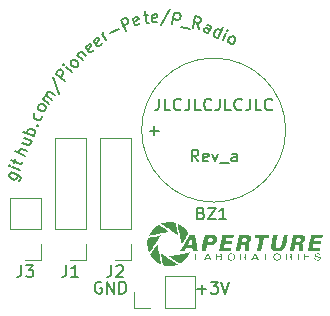
<source format=gbr>
%TF.GenerationSoftware,KiCad,Pcbnew,7.0.10*%
%TF.CreationDate,2025-02-23T01:37:13-06:00*%
%TF.ProjectId,Portal_Radio,506f7274-616c-45f5-9261-64696f2e6b69,rev?*%
%TF.SameCoordinates,Original*%
%TF.FileFunction,Legend,Top*%
%TF.FilePolarity,Positive*%
%FSLAX46Y46*%
G04 Gerber Fmt 4.6, Leading zero omitted, Abs format (unit mm)*
G04 Created by KiCad (PCBNEW 7.0.10) date 2025-02-23 01:37:13*
%MOMM*%
%LPD*%
G01*
G04 APERTURE LIST*
%ADD10C,0.150000*%
%ADD11C,0.200000*%
%ADD12C,0.000000*%
%ADD13C,0.120000*%
G04 APERTURE END LIST*
D10*
X141210660Y-73103467D02*
X141432031Y-72628734D01*
X141432031Y-72628734D02*
X141429123Y-72522294D01*
X141429123Y-72522294D02*
X141362933Y-72438887D01*
X141362933Y-72438887D02*
X141190303Y-72358389D01*
X141190303Y-72358389D02*
X141083863Y-72361297D01*
X141230784Y-73060309D02*
X141124345Y-73063217D01*
X141124345Y-73063217D02*
X140908557Y-72962594D01*
X140908557Y-72962594D02*
X140842367Y-72879187D01*
X140842367Y-72879187D02*
X140839459Y-72772747D01*
X140839459Y-72772747D02*
X140879708Y-72686432D01*
X140879708Y-72686432D02*
X140963115Y-72620242D01*
X140963115Y-72620242D02*
X141069554Y-72617334D01*
X141069554Y-72617334D02*
X141285342Y-72717957D01*
X141285342Y-72717957D02*
X141391782Y-72715049D01*
X142030652Y-73485836D02*
X142453271Y-72579528D01*
X142050777Y-73442678D02*
X141944337Y-73445586D01*
X141944337Y-73445586D02*
X141771707Y-73365088D01*
X141771707Y-73365088D02*
X141705517Y-73281681D01*
X141705517Y-73281681D02*
X141682484Y-73218398D01*
X141682484Y-73218398D02*
X141679576Y-73111959D01*
X141679576Y-73111959D02*
X141800324Y-72853014D01*
X141800324Y-72853014D02*
X141883731Y-72786823D01*
X141883731Y-72786823D02*
X141947013Y-72763790D01*
X141947013Y-72763790D02*
X142053453Y-72760882D01*
X142053453Y-72760882D02*
X142226083Y-72841381D01*
X142226083Y-72841381D02*
X142292273Y-72924788D01*
X142462228Y-73687082D02*
X142743973Y-73082877D01*
X142884846Y-72780775D02*
X142821564Y-72803807D01*
X142821564Y-72803807D02*
X142844597Y-72867090D01*
X142844597Y-72867090D02*
X142907879Y-72844057D01*
X142907879Y-72844057D02*
X142884846Y-72780775D01*
X142884846Y-72780775D02*
X142844597Y-72867090D01*
X143023275Y-73948703D02*
X142957085Y-73865296D01*
X142957085Y-73865296D02*
X142934052Y-73802014D01*
X142934052Y-73802014D02*
X142931144Y-73695574D01*
X142931144Y-73695574D02*
X143051892Y-73436629D01*
X143051892Y-73436629D02*
X143135299Y-73370439D01*
X143135299Y-73370439D02*
X143198581Y-73347406D01*
X143198581Y-73347406D02*
X143305020Y-73344498D01*
X143305020Y-73344498D02*
X143434493Y-73404872D01*
X143434493Y-73404872D02*
X143500683Y-73488279D01*
X143500683Y-73488279D02*
X143523716Y-73551561D01*
X143523716Y-73551561D02*
X143526624Y-73658001D01*
X143526624Y-73658001D02*
X143405876Y-73916946D01*
X143405876Y-73916946D02*
X143322469Y-73983136D01*
X143322469Y-73983136D02*
X143259187Y-74006169D01*
X143259187Y-74006169D02*
X143152747Y-74009077D01*
X143152747Y-74009077D02*
X143023275Y-73948703D01*
X138173423Y-72323818D02*
X138347071Y-71339011D01*
X138347071Y-71339011D02*
X138722236Y-71405162D01*
X138722236Y-71405162D02*
X138807758Y-71468596D01*
X138807758Y-71468596D02*
X138846385Y-71523760D01*
X138846385Y-71523760D02*
X138876743Y-71625821D01*
X138876743Y-71625821D02*
X138851936Y-71766507D01*
X138851936Y-71766507D02*
X138788502Y-71852030D01*
X138788502Y-71852030D02*
X138733338Y-71890656D01*
X138733338Y-71890656D02*
X138631277Y-71921014D01*
X138631277Y-71921014D02*
X138256113Y-71854862D01*
X138907215Y-72549913D02*
X139657545Y-72682216D01*
X140471308Y-72728998D02*
X140225728Y-72202159D01*
X139908561Y-72629770D02*
X140082209Y-71644962D01*
X140082209Y-71644962D02*
X140457374Y-71711114D01*
X140457374Y-71711114D02*
X140542896Y-71774547D01*
X140542896Y-71774547D02*
X140581523Y-71829712D01*
X140581523Y-71829712D02*
X140611880Y-71931772D01*
X140611880Y-71931772D02*
X140587073Y-72072459D01*
X140587073Y-72072459D02*
X140523640Y-72157981D01*
X140523640Y-72157981D02*
X140468475Y-72196608D01*
X140468475Y-72196608D02*
X140366415Y-72226966D01*
X140366415Y-72226966D02*
X139991250Y-72160814D01*
X135759734Y-71579283D02*
X136139237Y-71546081D01*
X135872995Y-71234767D02*
X135947700Y-72088648D01*
X135947700Y-72088648D02*
X136003439Y-72179374D01*
X136003439Y-72179374D02*
X136102465Y-72218511D01*
X136102465Y-72218511D02*
X136197340Y-72210210D01*
X136904758Y-72100518D02*
X136814033Y-72156257D01*
X136814033Y-72156257D02*
X136624281Y-72172858D01*
X136624281Y-72172858D02*
X136525255Y-72133721D01*
X136525255Y-72133721D02*
X136469517Y-72042995D01*
X136469517Y-72042995D02*
X136436315Y-71663492D01*
X136436315Y-71663492D02*
X136475452Y-71564466D01*
X136475452Y-71564466D02*
X136566178Y-71508728D01*
X136566178Y-71508728D02*
X136755929Y-71492127D01*
X136755929Y-71492127D02*
X136854955Y-71531264D01*
X136854955Y-71531264D02*
X136910693Y-71621990D01*
X136910693Y-71621990D02*
X136918994Y-71716865D01*
X136918994Y-71716865D02*
X136452916Y-71853244D01*
X138003549Y-71000567D02*
X137261725Y-72356093D01*
X132931211Y-73054426D02*
X133621731Y-72732431D01*
X134214303Y-72876445D02*
X133791685Y-71970137D01*
X133791685Y-71970137D02*
X134136945Y-71809140D01*
X134136945Y-71809140D02*
X134243385Y-71812048D01*
X134243385Y-71812048D02*
X134306667Y-71835081D01*
X134306667Y-71835081D02*
X134390074Y-71901271D01*
X134390074Y-71901271D02*
X134450448Y-72030744D01*
X134450448Y-72030744D02*
X134447540Y-72137183D01*
X134447540Y-72137183D02*
X134424507Y-72200465D01*
X134424507Y-72200465D02*
X134358317Y-72283872D01*
X134358317Y-72283872D02*
X134013057Y-72444870D01*
X135445747Y-72249672D02*
X135379556Y-72333079D01*
X135379556Y-72333079D02*
X135206926Y-72413577D01*
X135206926Y-72413577D02*
X135100487Y-72410669D01*
X135100487Y-72410669D02*
X135017080Y-72344479D01*
X135017080Y-72344479D02*
X134856082Y-71999219D01*
X134856082Y-71999219D02*
X134858990Y-71892779D01*
X134858990Y-71892779D02*
X134925181Y-71809372D01*
X134925181Y-71809372D02*
X135097811Y-71728873D01*
X135097811Y-71728873D02*
X135204251Y-71731782D01*
X135204251Y-71731782D02*
X135287657Y-71797972D01*
X135287657Y-71797972D02*
X135327907Y-71884287D01*
X135327907Y-71884287D02*
X134936581Y-72171849D01*
X131523681Y-74476367D02*
X131477950Y-74572526D01*
X131477950Y-74572526D02*
X131327852Y-74689795D01*
X131327852Y-74689795D02*
X131223487Y-74710905D01*
X131223487Y-74710905D02*
X131127328Y-74665174D01*
X131127328Y-74665174D02*
X130892790Y-74364979D01*
X130892790Y-74364979D02*
X130871680Y-74260613D01*
X130871680Y-74260613D02*
X130917411Y-74164455D01*
X130917411Y-74164455D02*
X131067509Y-74047186D01*
X131067509Y-74047186D02*
X131171875Y-74026076D01*
X131171875Y-74026076D02*
X131268033Y-74071807D01*
X131268033Y-74071807D02*
X131326668Y-74146856D01*
X131326668Y-74146856D02*
X131010059Y-74515076D01*
X132199119Y-73948658D02*
X132153388Y-74044816D01*
X132153388Y-74044816D02*
X132003290Y-74162085D01*
X132003290Y-74162085D02*
X131898924Y-74183195D01*
X131898924Y-74183195D02*
X131802766Y-74137464D01*
X131802766Y-74137464D02*
X131568228Y-73837269D01*
X131568228Y-73837269D02*
X131547118Y-73732903D01*
X131547118Y-73732903D02*
X131592849Y-73636745D01*
X131592849Y-73636745D02*
X131742947Y-73519476D01*
X131742947Y-73519476D02*
X131847312Y-73498366D01*
X131847312Y-73498366D02*
X131943471Y-73544097D01*
X131943471Y-73544097D02*
X132002106Y-73619146D01*
X132002106Y-73619146D02*
X131685497Y-73987367D01*
X132603680Y-73693010D02*
X132193239Y-73167669D01*
X132310507Y-73317766D02*
X132289397Y-73213401D01*
X132289397Y-73213401D02*
X132297604Y-73146559D01*
X132297604Y-73146559D02*
X132343336Y-73050400D01*
X132343336Y-73050400D02*
X132418385Y-72991766D01*
X129674474Y-76372912D02*
X129186905Y-75918246D01*
X128943120Y-75690913D02*
X128945471Y-75758216D01*
X128945471Y-75758216D02*
X129012773Y-75755865D01*
X129012773Y-75755865D02*
X129010423Y-75688563D01*
X129010423Y-75688563D02*
X128943120Y-75690913D01*
X128943120Y-75690913D02*
X129012773Y-75755865D01*
X130096663Y-75920169D02*
X129996885Y-75957346D01*
X129996885Y-75957346D02*
X129929582Y-75959696D01*
X129929582Y-75959696D02*
X129827453Y-75929570D01*
X129827453Y-75929570D02*
X129618495Y-75734713D01*
X129618495Y-75734713D02*
X129581318Y-75634935D01*
X129581318Y-75634935D02*
X129578968Y-75567632D01*
X129578968Y-75567632D02*
X129609094Y-75465504D01*
X129609094Y-75465504D02*
X129706522Y-75361024D01*
X129706522Y-75361024D02*
X129806301Y-75323848D01*
X129806301Y-75323848D02*
X129873603Y-75321498D01*
X129873603Y-75321498D02*
X129975732Y-75351623D01*
X129975732Y-75351623D02*
X130184691Y-75546480D01*
X130184691Y-75546480D02*
X130221867Y-75646259D01*
X130221867Y-75646259D02*
X130224217Y-75713561D01*
X130224217Y-75713561D02*
X130194092Y-75815690D01*
X130194092Y-75815690D02*
X130096663Y-75920169D01*
X130128712Y-74908282D02*
X130616281Y-75362947D01*
X130198365Y-74973234D02*
X130196014Y-74905931D01*
X130196014Y-74905931D02*
X130226140Y-74803803D01*
X130226140Y-74803803D02*
X130323569Y-74699323D01*
X130323569Y-74699323D02*
X130423347Y-74662147D01*
X130423347Y-74662147D02*
X130525476Y-74692273D01*
X130525476Y-74692273D02*
X130908566Y-75049510D01*
X127745738Y-79049671D02*
X127199637Y-78667287D01*
X127277651Y-78721913D02*
X127265957Y-78655593D01*
X127265957Y-78655593D02*
X127281576Y-78550265D01*
X127281576Y-78550265D02*
X127363516Y-78433244D01*
X127363516Y-78433244D02*
X127457149Y-78382542D01*
X127457149Y-78382542D02*
X127562477Y-78398161D01*
X127562477Y-78398161D02*
X127991557Y-78698606D01*
X127562477Y-78398161D02*
X127511776Y-78304528D01*
X127511776Y-78304528D02*
X127527395Y-78199200D01*
X127527395Y-78199200D02*
X127609334Y-78082178D01*
X127609334Y-78082178D02*
X127702968Y-78031477D01*
X127702968Y-78031477D02*
X127808295Y-78047096D01*
X127808295Y-78047096D02*
X128237375Y-78347541D01*
X128062045Y-76771471D02*
X128623603Y-78211056D01*
X129111396Y-77099310D02*
X128292244Y-76525733D01*
X128292244Y-76525733D02*
X128510749Y-76213675D01*
X128510749Y-76213675D02*
X128604383Y-76162974D01*
X128604383Y-76162974D02*
X128670703Y-76151280D01*
X128670703Y-76151280D02*
X128776031Y-76166899D01*
X128776031Y-76166899D02*
X128893053Y-76248839D01*
X128893053Y-76248839D02*
X128943754Y-76342472D01*
X128943754Y-76342472D02*
X128955448Y-76408792D01*
X128955448Y-76408792D02*
X128939829Y-76514120D01*
X128939829Y-76514120D02*
X128721324Y-76826178D01*
X126684030Y-80879508D02*
X126747312Y-80856475D01*
X126747312Y-80856475D02*
X126770345Y-80919757D01*
X126770345Y-80919757D02*
X126707062Y-80942790D01*
X126707062Y-80942790D02*
X126684030Y-80879508D01*
X126684030Y-80879508D02*
X126770345Y-80919757D01*
X127109556Y-80079640D02*
X127112464Y-80186080D01*
X127112464Y-80186080D02*
X127031965Y-80358710D01*
X127031965Y-80358710D02*
X126948558Y-80424900D01*
X126948558Y-80424900D02*
X126885276Y-80447933D01*
X126885276Y-80447933D02*
X126778836Y-80450841D01*
X126778836Y-80450841D02*
X126519891Y-80330093D01*
X126519891Y-80330093D02*
X126453701Y-80246686D01*
X126453701Y-80246686D02*
X126430668Y-80183404D01*
X126430668Y-80183404D02*
X126427760Y-80076964D01*
X126427760Y-80076964D02*
X126508259Y-79904334D01*
X126508259Y-79904334D02*
X126591666Y-79838144D01*
X127394209Y-79581874D02*
X127310803Y-79648065D01*
X127310803Y-79648065D02*
X127247520Y-79671098D01*
X127247520Y-79671098D02*
X127141081Y-79674006D01*
X127141081Y-79674006D02*
X126882136Y-79553258D01*
X126882136Y-79553258D02*
X126815945Y-79469851D01*
X126815945Y-79469851D02*
X126792912Y-79406569D01*
X126792912Y-79406569D02*
X126790004Y-79300129D01*
X126790004Y-79300129D02*
X126850378Y-79170656D01*
X126850378Y-79170656D02*
X126933785Y-79104466D01*
X126933785Y-79104466D02*
X126997067Y-79081433D01*
X126997067Y-79081433D02*
X127103507Y-79078525D01*
X127103507Y-79078525D02*
X127362452Y-79199273D01*
X127362452Y-79199273D02*
X127428643Y-79282680D01*
X127428643Y-79282680D02*
X127451675Y-79345962D01*
X127451675Y-79345962D02*
X127454583Y-79452402D01*
X127454583Y-79452402D02*
X127394209Y-79581874D01*
X125741757Y-83459127D02*
X124821253Y-83068396D01*
X125909214Y-83064625D02*
X125427044Y-82859956D01*
X125427044Y-82859956D02*
X125320771Y-82866577D01*
X125320771Y-82866577D02*
X125239725Y-82935638D01*
X125239725Y-82935638D02*
X125183906Y-83067139D01*
X125183906Y-83067139D02*
X125190527Y-83173412D01*
X125190527Y-83173412D02*
X125215755Y-83235852D01*
X125649062Y-81971300D02*
X126262732Y-82231787D01*
X125481606Y-82365802D02*
X125963775Y-82570470D01*
X125963775Y-82570470D02*
X126070049Y-82563849D01*
X126070049Y-82563849D02*
X126151095Y-82494788D01*
X126151095Y-82494788D02*
X126206914Y-82363288D01*
X126206914Y-82363288D02*
X126200292Y-82257014D01*
X126200292Y-82257014D02*
X126175065Y-82194574D01*
X126448795Y-81793451D02*
X125528290Y-81402720D01*
X125878958Y-81551570D02*
X125872337Y-81445297D01*
X125872337Y-81445297D02*
X125946762Y-81269962D01*
X125946762Y-81269962D02*
X126027808Y-81200902D01*
X126027808Y-81200902D02*
X126090248Y-81175674D01*
X126090248Y-81175674D02*
X126196522Y-81169053D01*
X126196522Y-81169053D02*
X126459523Y-81280691D01*
X126459523Y-81280691D02*
X126528584Y-81361737D01*
X126528584Y-81361737D02*
X126553811Y-81424176D01*
X126553811Y-81424176D02*
X126560432Y-81530450D01*
X126560432Y-81530450D02*
X126486007Y-81705784D01*
X126486007Y-81705784D02*
X126404961Y-81774845D01*
X124480973Y-84860267D02*
X125241677Y-85137141D01*
X125241677Y-85137141D02*
X125314884Y-85214461D01*
X125314884Y-85214461D02*
X125343345Y-85275495D01*
X125343345Y-85275495D02*
X125355519Y-85381276D01*
X125355519Y-85381276D02*
X125306659Y-85515518D01*
X125306659Y-85515518D02*
X125229338Y-85588726D01*
X125062687Y-85071994D02*
X125074861Y-85177775D01*
X125074861Y-85177775D02*
X125009715Y-85356764D01*
X125009715Y-85356764D02*
X124932394Y-85429972D01*
X124932394Y-85429972D02*
X124871360Y-85458433D01*
X124871360Y-85458433D02*
X124765579Y-85470607D01*
X124765579Y-85470607D02*
X124497095Y-85372887D01*
X124497095Y-85372887D02*
X124423887Y-85295566D01*
X124423887Y-85295566D02*
X124395427Y-85234532D01*
X124395427Y-85234532D02*
X124383253Y-85128751D01*
X124383253Y-85128751D02*
X124448400Y-84949762D01*
X124448400Y-84949762D02*
X124525720Y-84876554D01*
X125270302Y-84640808D02*
X124643840Y-84412794D01*
X124330609Y-84298788D02*
X124359070Y-84359822D01*
X124359070Y-84359822D02*
X124420103Y-84331361D01*
X124420103Y-84331361D02*
X124391643Y-84270327D01*
X124391643Y-84270327D02*
X124330609Y-84298788D01*
X124330609Y-84298788D02*
X124420103Y-84331361D01*
X124757846Y-84099564D02*
X124888140Y-83741586D01*
X124493475Y-83851315D02*
X125298926Y-84144476D01*
X125298926Y-84144476D02*
X125404708Y-84132302D01*
X125404708Y-84132302D02*
X125482028Y-84059094D01*
X125482028Y-84059094D02*
X125514601Y-83969599D01*
X140290779Y-94738866D02*
X141052684Y-94738866D01*
X140671731Y-95119819D02*
X140671731Y-94357914D01*
X141433636Y-94119819D02*
X142052683Y-94119819D01*
X142052683Y-94119819D02*
X141719350Y-94500771D01*
X141719350Y-94500771D02*
X141862207Y-94500771D01*
X141862207Y-94500771D02*
X141957445Y-94548390D01*
X141957445Y-94548390D02*
X142005064Y-94596009D01*
X142005064Y-94596009D02*
X142052683Y-94691247D01*
X142052683Y-94691247D02*
X142052683Y-94929342D01*
X142052683Y-94929342D02*
X142005064Y-95024580D01*
X142005064Y-95024580D02*
X141957445Y-95072200D01*
X141957445Y-95072200D02*
X141862207Y-95119819D01*
X141862207Y-95119819D02*
X141576493Y-95119819D01*
X141576493Y-95119819D02*
X141481255Y-95072200D01*
X141481255Y-95072200D02*
X141433636Y-95024580D01*
X142338398Y-94119819D02*
X142671731Y-95119819D01*
X142671731Y-95119819D02*
X143005064Y-94119819D01*
X132178588Y-94167438D02*
X132083350Y-94119819D01*
X132083350Y-94119819D02*
X131940493Y-94119819D01*
X131940493Y-94119819D02*
X131797636Y-94167438D01*
X131797636Y-94167438D02*
X131702398Y-94262676D01*
X131702398Y-94262676D02*
X131654779Y-94357914D01*
X131654779Y-94357914D02*
X131607160Y-94548390D01*
X131607160Y-94548390D02*
X131607160Y-94691247D01*
X131607160Y-94691247D02*
X131654779Y-94881723D01*
X131654779Y-94881723D02*
X131702398Y-94976961D01*
X131702398Y-94976961D02*
X131797636Y-95072200D01*
X131797636Y-95072200D02*
X131940493Y-95119819D01*
X131940493Y-95119819D02*
X132035731Y-95119819D01*
X132035731Y-95119819D02*
X132178588Y-95072200D01*
X132178588Y-95072200D02*
X132226207Y-95024580D01*
X132226207Y-95024580D02*
X132226207Y-94691247D01*
X132226207Y-94691247D02*
X132035731Y-94691247D01*
X132654779Y-95119819D02*
X132654779Y-94119819D01*
X132654779Y-94119819D02*
X133226207Y-95119819D01*
X133226207Y-95119819D02*
X133226207Y-94119819D01*
X133702398Y-95119819D02*
X133702398Y-94119819D01*
X133702398Y-94119819D02*
X133940493Y-94119819D01*
X133940493Y-94119819D02*
X134083350Y-94167438D01*
X134083350Y-94167438D02*
X134178588Y-94262676D01*
X134178588Y-94262676D02*
X134226207Y-94357914D01*
X134226207Y-94357914D02*
X134273826Y-94548390D01*
X134273826Y-94548390D02*
X134273826Y-94691247D01*
X134273826Y-94691247D02*
X134226207Y-94881723D01*
X134226207Y-94881723D02*
X134178588Y-94976961D01*
X134178588Y-94976961D02*
X134083350Y-95072200D01*
X134083350Y-95072200D02*
X133940493Y-95119819D01*
X133940493Y-95119819D02*
X133702398Y-95119819D01*
D11*
X140387101Y-83941219D02*
X140053768Y-83465028D01*
X139815673Y-83941219D02*
X139815673Y-82941219D01*
X139815673Y-82941219D02*
X140196625Y-82941219D01*
X140196625Y-82941219D02*
X140291863Y-82988838D01*
X140291863Y-82988838D02*
X140339482Y-83036457D01*
X140339482Y-83036457D02*
X140387101Y-83131695D01*
X140387101Y-83131695D02*
X140387101Y-83274552D01*
X140387101Y-83274552D02*
X140339482Y-83369790D01*
X140339482Y-83369790D02*
X140291863Y-83417409D01*
X140291863Y-83417409D02*
X140196625Y-83465028D01*
X140196625Y-83465028D02*
X139815673Y-83465028D01*
X141196625Y-83893600D02*
X141101387Y-83941219D01*
X141101387Y-83941219D02*
X140910911Y-83941219D01*
X140910911Y-83941219D02*
X140815673Y-83893600D01*
X140815673Y-83893600D02*
X140768054Y-83798361D01*
X140768054Y-83798361D02*
X140768054Y-83417409D01*
X140768054Y-83417409D02*
X140815673Y-83322171D01*
X140815673Y-83322171D02*
X140910911Y-83274552D01*
X140910911Y-83274552D02*
X141101387Y-83274552D01*
X141101387Y-83274552D02*
X141196625Y-83322171D01*
X141196625Y-83322171D02*
X141244244Y-83417409D01*
X141244244Y-83417409D02*
X141244244Y-83512647D01*
X141244244Y-83512647D02*
X140768054Y-83607885D01*
X141577578Y-83274552D02*
X141815673Y-83941219D01*
X141815673Y-83941219D02*
X142053768Y-83274552D01*
X142196626Y-84036457D02*
X142958530Y-84036457D01*
X143625197Y-83941219D02*
X143625197Y-83417409D01*
X143625197Y-83417409D02*
X143577578Y-83322171D01*
X143577578Y-83322171D02*
X143482340Y-83274552D01*
X143482340Y-83274552D02*
X143291864Y-83274552D01*
X143291864Y-83274552D02*
X143196626Y-83322171D01*
X143625197Y-83893600D02*
X143529959Y-83941219D01*
X143529959Y-83941219D02*
X143291864Y-83941219D01*
X143291864Y-83941219D02*
X143196626Y-83893600D01*
X143196626Y-83893600D02*
X143149007Y-83798361D01*
X143149007Y-83798361D02*
X143149007Y-83703123D01*
X143149007Y-83703123D02*
X143196626Y-83607885D01*
X143196626Y-83607885D02*
X143291864Y-83560266D01*
X143291864Y-83560266D02*
X143529959Y-83560266D01*
X143529959Y-83560266D02*
X143625197Y-83512647D01*
D12*
G36*
X148867812Y-92313125D02*
G01*
X148784468Y-92313125D01*
X148784468Y-91741625D01*
X148867812Y-91741625D01*
X148867812Y-92313125D01*
G37*
G36*
X140160375Y-92245656D02*
G01*
X140489781Y-92245656D01*
X140489781Y-92313125D01*
X140073062Y-92313125D01*
X140073062Y-91741625D01*
X140160375Y-91741625D01*
X140160375Y-92245656D01*
G37*
G36*
X146371468Y-91809094D02*
G01*
X146367499Y-91813063D01*
X146125406Y-91813063D01*
X146125406Y-92313125D01*
X146042062Y-92313125D01*
X146040325Y-92300651D01*
X146039566Y-92294663D01*
X146038905Y-92288753D01*
X146038358Y-92282857D01*
X146037945Y-92276910D01*
X146037683Y-92270848D01*
X146037589Y-92264606D01*
X146037555Y-92252804D01*
X146037580Y-92240118D01*
X146037558Y-92226557D01*
X146037566Y-92182342D01*
X146037554Y-92151581D01*
X146037576Y-92087208D01*
X146037569Y-92012792D01*
X146037563Y-91941115D01*
X146037552Y-91910638D01*
X146037580Y-91868141D01*
X146037555Y-91855358D01*
X146037589Y-91843691D01*
X146037595Y-91833546D01*
X146037767Y-91830692D01*
X146037945Y-91828401D01*
X146038052Y-91827393D01*
X146038181Y-91826435D01*
X146038337Y-91825498D01*
X146038527Y-91824553D01*
X146038758Y-91823568D01*
X146039036Y-91822514D01*
X146039368Y-91821362D01*
X146039760Y-91820080D01*
X146040751Y-91817009D01*
X146042062Y-91813063D01*
X145796000Y-91813063D01*
X145796000Y-91741625D01*
X146371468Y-91741625D01*
X146371468Y-91809094D01*
G37*
G36*
X149772687Y-91809094D02*
G01*
X149427406Y-91809094D01*
X149427406Y-91983719D01*
X149748874Y-91983719D01*
X149748874Y-92051188D01*
X149427406Y-92051188D01*
X149427406Y-92245656D01*
X149780625Y-92245656D01*
X149780625Y-92313125D01*
X149340093Y-92313125D01*
X149340093Y-91741625D01*
X149772687Y-91741625D01*
X149772687Y-91809094D01*
G37*
G36*
X141242737Y-91775791D02*
G01*
X141261209Y-91810053D01*
X141279293Y-91844517D01*
X141296866Y-91879288D01*
X141304961Y-91895501D01*
X141313167Y-91911650D01*
X141321485Y-91927742D01*
X141329916Y-91943783D01*
X141354842Y-91991221D01*
X141379525Y-92038785D01*
X141383335Y-92046158D01*
X141406630Y-92091259D01*
X141437293Y-92150595D01*
X141448440Y-92172175D01*
X141466344Y-92206696D01*
X141484387Y-92241145D01*
X141491151Y-92254007D01*
X141503784Y-92277893D01*
X141509362Y-92288491D01*
X141514260Y-92297734D01*
X141515391Y-92300209D01*
X141515849Y-92301242D01*
X141516241Y-92302167D01*
X141516574Y-92303007D01*
X141516851Y-92303786D01*
X141517077Y-92304525D01*
X141517259Y-92305248D01*
X141517400Y-92305976D01*
X141517507Y-92306732D01*
X141517583Y-92307539D01*
X141517634Y-92308420D01*
X141517665Y-92309396D01*
X141517681Y-92310490D01*
X141517687Y-92313125D01*
X141422437Y-92313125D01*
X141404826Y-92279887D01*
X141399533Y-92269928D01*
X141386135Y-92244153D01*
X141373003Y-92218265D01*
X141347031Y-92166281D01*
X140997781Y-92166281D01*
X140926344Y-92309156D01*
X140925643Y-92309855D01*
X140925016Y-92310467D01*
X140924443Y-92310999D01*
X140924171Y-92311237D01*
X140923906Y-92311458D01*
X140923644Y-92311661D01*
X140923384Y-92311849D01*
X140923123Y-92312022D01*
X140922859Y-92312180D01*
X140922589Y-92312324D01*
X140922311Y-92312456D01*
X140922023Y-92312576D01*
X140921722Y-92312685D01*
X140921405Y-92312784D01*
X140921071Y-92312873D01*
X140920716Y-92312953D01*
X140920339Y-92313026D01*
X140919938Y-92313091D01*
X140919508Y-92313150D01*
X140919049Y-92313204D01*
X140918558Y-92313253D01*
X140917469Y-92313340D01*
X140916223Y-92313419D01*
X140913181Y-92313575D01*
X140901151Y-92313513D01*
X140888168Y-92313474D01*
X140874502Y-92313373D01*
X140860789Y-92313319D01*
X140827125Y-92313125D01*
X140837930Y-92289989D01*
X140848961Y-92266979D01*
X140871596Y-92221264D01*
X140894815Y-92175839D01*
X140918406Y-92130562D01*
X140938242Y-92092598D01*
X141033395Y-92092598D01*
X141033415Y-92093263D01*
X141033500Y-92094844D01*
X141311312Y-92094844D01*
X141309056Y-92088229D01*
X141306764Y-92081830D01*
X141304411Y-92075594D01*
X141301970Y-92069469D01*
X141299416Y-92063400D01*
X141296722Y-92057336D01*
X141293864Y-92051224D01*
X141290816Y-92045011D01*
X141287058Y-92037494D01*
X141274819Y-92013143D01*
X141266310Y-91996161D01*
X141243957Y-91951651D01*
X141221132Y-91906157D01*
X141176375Y-91817031D01*
X141172406Y-91817031D01*
X141150689Y-91858220D01*
X141129313Y-91899574D01*
X141108216Y-91941071D01*
X141087334Y-91982690D01*
X141066831Y-92023670D01*
X141053808Y-92049730D01*
X141047609Y-92062104D01*
X141041978Y-92073405D01*
X141036999Y-92083371D01*
X141035752Y-92085600D01*
X141035249Y-92086520D01*
X141034819Y-92087333D01*
X141034457Y-92088055D01*
X141034157Y-92088704D01*
X141033916Y-92089296D01*
X141033727Y-92089848D01*
X141033586Y-92090377D01*
X141033488Y-92090900D01*
X141033426Y-92091433D01*
X141033397Y-92091993D01*
X141033395Y-92092598D01*
X140938242Y-92092598D01*
X140941475Y-92086410D01*
X140947159Y-92075535D01*
X140973788Y-92024210D01*
X141000261Y-91972805D01*
X141031738Y-91911889D01*
X141063560Y-91851153D01*
X141092266Y-91796430D01*
X141120812Y-91741625D01*
X141224000Y-91741625D01*
X141242737Y-91775791D01*
G37*
G36*
X145254110Y-91776305D02*
G01*
X145271530Y-91810395D01*
X145283421Y-91833680D01*
X145316047Y-91897237D01*
X145349121Y-91960560D01*
X145372025Y-92004422D01*
X145394658Y-92048424D01*
X145424977Y-92107452D01*
X145455679Y-92166281D01*
X145478380Y-92209407D01*
X145500928Y-92252613D01*
X145508626Y-92267391D01*
X145519335Y-92287979D01*
X145525622Y-92300066D01*
X145527098Y-92303074D01*
X145528207Y-92305383D01*
X145529002Y-92307146D01*
X145529297Y-92307871D01*
X145529534Y-92308516D01*
X145529719Y-92309101D01*
X145529857Y-92309646D01*
X145529957Y-92310168D01*
X145530023Y-92310688D01*
X145530064Y-92311225D01*
X145530084Y-92311797D01*
X145530093Y-92313125D01*
X145430875Y-92313125D01*
X145413263Y-92279887D01*
X145407970Y-92269928D01*
X145394572Y-92244153D01*
X145381440Y-92218265D01*
X145355468Y-92166281D01*
X145010187Y-92166281D01*
X144992084Y-92200535D01*
X144979797Y-92224019D01*
X144967698Y-92247594D01*
X144950160Y-92282119D01*
X144934781Y-92313125D01*
X144839531Y-92313125D01*
X144843345Y-92301920D01*
X144845253Y-92296601D01*
X144847218Y-92291399D01*
X144849281Y-92286261D01*
X144851485Y-92281131D01*
X144853872Y-92275956D01*
X144856483Y-92270683D01*
X144861872Y-92260109D01*
X144867684Y-92248834D01*
X144873771Y-92236932D01*
X144893108Y-92199271D01*
X144905759Y-92174552D01*
X144939437Y-92109285D01*
X144947003Y-92094844D01*
X145045905Y-92094844D01*
X145323719Y-92094844D01*
X145293707Y-92031669D01*
X145263086Y-91968805D01*
X145256622Y-91955810D01*
X145243350Y-91929185D01*
X145223003Y-91888205D01*
X145210005Y-91862145D01*
X145203892Y-91849771D01*
X145198223Y-91838470D01*
X145193262Y-91828503D01*
X145191946Y-91825816D01*
X145191381Y-91824716D01*
X145190854Y-91823755D01*
X145190346Y-91822918D01*
X145189839Y-91822188D01*
X145189581Y-91821857D01*
X145189316Y-91821546D01*
X145189042Y-91821254D01*
X145188757Y-91820978D01*
X145188459Y-91820716D01*
X145188145Y-91820465D01*
X145187814Y-91820225D01*
X145187462Y-91819992D01*
X145186689Y-91819541D01*
X145185809Y-91819095D01*
X145184802Y-91818638D01*
X145183651Y-91818153D01*
X145180843Y-91817031D01*
X145128063Y-91922182D01*
X145103557Y-91971004D01*
X145079935Y-92018095D01*
X145070896Y-92036087D01*
X145058292Y-92061231D01*
X145054469Y-92068792D01*
X145052315Y-92072919D01*
X145050671Y-92076186D01*
X145050009Y-92077593D01*
X145049437Y-92078899D01*
X145048942Y-92080144D01*
X145048513Y-92081364D01*
X145048135Y-92082599D01*
X145047798Y-92083886D01*
X145047487Y-92085263D01*
X145047192Y-92086769D01*
X145046594Y-92090320D01*
X145045905Y-92094844D01*
X144947003Y-92094844D01*
X144973523Y-92044229D01*
X144992436Y-92008065D01*
X145011179Y-91971813D01*
X145018755Y-91957159D01*
X145053172Y-91890453D01*
X145072619Y-91852922D01*
X145092342Y-91815576D01*
X145112491Y-91778463D01*
X145133218Y-91741625D01*
X145236406Y-91741625D01*
X145254110Y-91776305D01*
G37*
G36*
X150493278Y-91719572D02*
G01*
X150519795Y-91721418D01*
X150545964Y-91724922D01*
X150571532Y-91730094D01*
X150596248Y-91736944D01*
X150619858Y-91745481D01*
X150642110Y-91755715D01*
X150652648Y-91761472D01*
X150662752Y-91767656D01*
X150672389Y-91774269D01*
X150681530Y-91781312D01*
X150687562Y-91787299D01*
X150693164Y-91793337D01*
X150698349Y-91799444D01*
X150703128Y-91805637D01*
X150707513Y-91811930D01*
X150711516Y-91818340D01*
X150715148Y-91824883D01*
X150718422Y-91831576D01*
X150721349Y-91838435D01*
X150723942Y-91845475D01*
X150726211Y-91852713D01*
X150728169Y-91860166D01*
X150729828Y-91867848D01*
X150731199Y-91875777D01*
X150732294Y-91883968D01*
X150733125Y-91892437D01*
X150732424Y-91893136D01*
X150731798Y-91893748D01*
X150731229Y-91894280D01*
X150730960Y-91894518D01*
X150730698Y-91894739D01*
X150730441Y-91894943D01*
X150730187Y-91895130D01*
X150729934Y-91895303D01*
X150729678Y-91895461D01*
X150729419Y-91895606D01*
X150729153Y-91895738D01*
X150728879Y-91895858D01*
X150728594Y-91895966D01*
X150728295Y-91896065D01*
X150727981Y-91896154D01*
X150727650Y-91896234D01*
X150727298Y-91896307D01*
X150726924Y-91896372D01*
X150726526Y-91896431D01*
X150726101Y-91896485D01*
X150725646Y-91896534D01*
X150724641Y-91896622D01*
X150723492Y-91896700D01*
X150720690Y-91896857D01*
X150709668Y-91896794D01*
X150697770Y-91896755D01*
X150685251Y-91896654D01*
X150672686Y-91896600D01*
X150641843Y-91896406D01*
X150638774Y-91886992D01*
X150634895Y-91875896D01*
X150632876Y-91870655D01*
X150630768Y-91865610D01*
X150628546Y-91860757D01*
X150626182Y-91856088D01*
X150623652Y-91851598D01*
X150620927Y-91847282D01*
X150617983Y-91843132D01*
X150614793Y-91839144D01*
X150611330Y-91835311D01*
X150607569Y-91831628D01*
X150603482Y-91828088D01*
X150599044Y-91824686D01*
X150594228Y-91821416D01*
X150589009Y-91818271D01*
X150577927Y-91813568D01*
X150566387Y-91809366D01*
X150554449Y-91805670D01*
X150542173Y-91802481D01*
X150529619Y-91799803D01*
X150516848Y-91797639D01*
X150503920Y-91795992D01*
X150490895Y-91794866D01*
X150477833Y-91794264D01*
X150464794Y-91794188D01*
X150451838Y-91794642D01*
X150439026Y-91795630D01*
X150426417Y-91797153D01*
X150414073Y-91799215D01*
X150402052Y-91801820D01*
X150390416Y-91804970D01*
X150384684Y-91807290D01*
X150379162Y-91809681D01*
X150373844Y-91812160D01*
X150368724Y-91814745D01*
X150363794Y-91817456D01*
X150359049Y-91820309D01*
X150354483Y-91823324D01*
X150350089Y-91826517D01*
X150345860Y-91829908D01*
X150341792Y-91833514D01*
X150337876Y-91837354D01*
X150334107Y-91841445D01*
X150330479Y-91845806D01*
X150326985Y-91850454D01*
X150323619Y-91855409D01*
X150320375Y-91860687D01*
X150319046Y-91864958D01*
X150317900Y-91869254D01*
X150316936Y-91873571D01*
X150316157Y-91877905D01*
X150315563Y-91882252D01*
X150315156Y-91886606D01*
X150314937Y-91890965D01*
X150314907Y-91895322D01*
X150315067Y-91899675D01*
X150315418Y-91904019D01*
X150315962Y-91908349D01*
X150316700Y-91912661D01*
X150317633Y-91916951D01*
X150318762Y-91921214D01*
X150320089Y-91925447D01*
X150321614Y-91929644D01*
X150327055Y-91934590D01*
X150332744Y-91939074D01*
X150338661Y-91943125D01*
X150344788Y-91946774D01*
X150351103Y-91950050D01*
X150357589Y-91952983D01*
X150364224Y-91955602D01*
X150370990Y-91957937D01*
X150377866Y-91960019D01*
X150384834Y-91961876D01*
X150391873Y-91963538D01*
X150398964Y-91965035D01*
X150413223Y-91967653D01*
X150427453Y-91969967D01*
X150442024Y-91972438D01*
X150464910Y-91976252D01*
X150487805Y-91979998D01*
X150554016Y-91991034D01*
X150604249Y-91999928D01*
X150624251Y-92003874D01*
X150641311Y-92007647D01*
X150655780Y-92011368D01*
X150668009Y-92015158D01*
X150678348Y-92019136D01*
X150687148Y-92023425D01*
X150694760Y-92028144D01*
X150701535Y-92033415D01*
X150707824Y-92039358D01*
X150713977Y-92046094D01*
X150727280Y-92062427D01*
X150731575Y-92069152D01*
X150735377Y-92075935D01*
X150738706Y-92082776D01*
X150741585Y-92089679D01*
X150744035Y-92096646D01*
X150746080Y-92103679D01*
X150747739Y-92110782D01*
X150749037Y-92117955D01*
X150749994Y-92125202D01*
X150750632Y-92132524D01*
X150750974Y-92139925D01*
X150751040Y-92147407D01*
X150750854Y-92154972D01*
X150750438Y-92162622D01*
X150749812Y-92170360D01*
X150748999Y-92178188D01*
X150747739Y-92183646D01*
X150746316Y-92188977D01*
X150744732Y-92194186D01*
X150742984Y-92199281D01*
X150741074Y-92204265D01*
X150739002Y-92209147D01*
X150736767Y-92213931D01*
X150734368Y-92218623D01*
X150731807Y-92223230D01*
X150729083Y-92227758D01*
X150726196Y-92232212D01*
X150723146Y-92236599D01*
X150719932Y-92240925D01*
X150716556Y-92245195D01*
X150713015Y-92249416D01*
X150709312Y-92253594D01*
X150702816Y-92260741D01*
X150697234Y-92265972D01*
X150691461Y-92270938D01*
X150685507Y-92275646D01*
X150679380Y-92280103D01*
X150666645Y-92288287D01*
X150653327Y-92295543D01*
X150639498Y-92301922D01*
X150625227Y-92307478D01*
X150610587Y-92312261D01*
X150595649Y-92316324D01*
X150580483Y-92319719D01*
X150565162Y-92322499D01*
X150549756Y-92324714D01*
X150534336Y-92326417D01*
X150518974Y-92327661D01*
X150503741Y-92328497D01*
X150473946Y-92329155D01*
X150458624Y-92328778D01*
X150443368Y-92328063D01*
X150428203Y-92326962D01*
X150413154Y-92325428D01*
X150398243Y-92323417D01*
X150383497Y-92320880D01*
X150368938Y-92317771D01*
X150354592Y-92314045D01*
X150340483Y-92309653D01*
X150326635Y-92304551D01*
X150313073Y-92298691D01*
X150299820Y-92292027D01*
X150286901Y-92284513D01*
X150274341Y-92276101D01*
X150262164Y-92266745D01*
X150250394Y-92256400D01*
X150244980Y-92249898D01*
X150240004Y-92243286D01*
X150235445Y-92236564D01*
X150231284Y-92229731D01*
X150227502Y-92222783D01*
X150224078Y-92215721D01*
X150220994Y-92208543D01*
X150218229Y-92201248D01*
X150215765Y-92193834D01*
X150213581Y-92186300D01*
X150211659Y-92178645D01*
X150209978Y-92170867D01*
X150208519Y-92162965D01*
X150207263Y-92154937D01*
X150206190Y-92146783D01*
X150205280Y-92138500D01*
X150296562Y-92138500D01*
X150308468Y-92178188D01*
X150311566Y-92184485D01*
X150314884Y-92190361D01*
X150318420Y-92195841D01*
X150322174Y-92200950D01*
X150326146Y-92205715D01*
X150330336Y-92210160D01*
X150334744Y-92214312D01*
X150339368Y-92218196D01*
X150344210Y-92221837D01*
X150349267Y-92225262D01*
X150354541Y-92228496D01*
X150360030Y-92231564D01*
X150365735Y-92234493D01*
X150371655Y-92237307D01*
X150377789Y-92240032D01*
X150384138Y-92242695D01*
X150397185Y-92246601D01*
X150410716Y-92249964D01*
X150424655Y-92252769D01*
X150438929Y-92255003D01*
X150453463Y-92256652D01*
X150468183Y-92257701D01*
X150483015Y-92258138D01*
X150497883Y-92257948D01*
X150512715Y-92257117D01*
X150527435Y-92255632D01*
X150541970Y-92253479D01*
X150556244Y-92250643D01*
X150570184Y-92247111D01*
X150583716Y-92242869D01*
X150596764Y-92237903D01*
X150609256Y-92232200D01*
X150613464Y-92229527D01*
X150617528Y-92226799D01*
X150621449Y-92224005D01*
X150625225Y-92221135D01*
X150628857Y-92218178D01*
X150632345Y-92215125D01*
X150635687Y-92211964D01*
X150638885Y-92208684D01*
X150641937Y-92205277D01*
X150644843Y-92201730D01*
X150647603Y-92198034D01*
X150650217Y-92194178D01*
X150652685Y-92190152D01*
X150655006Y-92185945D01*
X150657179Y-92181547D01*
X150659206Y-92176947D01*
X150659920Y-92172467D01*
X150660512Y-92168119D01*
X150660971Y-92163889D01*
X150661285Y-92159765D01*
X150661442Y-92155731D01*
X150661431Y-92151775D01*
X150661240Y-92147882D01*
X150660858Y-92144039D01*
X150660273Y-92140232D01*
X150659474Y-92136448D01*
X150658449Y-92132673D01*
X150657187Y-92128893D01*
X150655676Y-92125093D01*
X150653904Y-92121262D01*
X150651860Y-92117384D01*
X150649532Y-92113447D01*
X150644999Y-92109495D01*
X150640318Y-92105787D01*
X150635495Y-92102313D01*
X150630538Y-92099065D01*
X150620252Y-92093206D01*
X150609518Y-92088137D01*
X150598395Y-92083784D01*
X150586940Y-92080072D01*
X150575214Y-92076926D01*
X150563275Y-92074274D01*
X150551181Y-92072041D01*
X150538991Y-92070152D01*
X150514557Y-92067112D01*
X150467116Y-92061905D01*
X150411024Y-92054602D01*
X150368295Y-92048470D01*
X150351148Y-92045569D01*
X150336389Y-92042633D01*
X150323700Y-92039552D01*
X150312764Y-92036217D01*
X150303262Y-92032518D01*
X150294877Y-92028347D01*
X150287292Y-92023594D01*
X150280189Y-92018149D01*
X150273250Y-92011904D01*
X150266157Y-92004748D01*
X150250239Y-91987269D01*
X150245717Y-91980412D01*
X150241704Y-91973490D01*
X150238175Y-91966502D01*
X150235106Y-91959444D01*
X150232472Y-91952316D01*
X150230247Y-91945115D01*
X150228409Y-91937838D01*
X150226930Y-91930484D01*
X150225788Y-91923051D01*
X150224957Y-91915537D01*
X150224413Y-91907939D01*
X150224130Y-91900256D01*
X150224085Y-91892485D01*
X150224252Y-91884624D01*
X150224607Y-91876671D01*
X150225124Y-91868625D01*
X150227291Y-91860281D01*
X150229812Y-91852215D01*
X150232681Y-91844420D01*
X150235892Y-91836884D01*
X150239439Y-91829599D01*
X150243316Y-91822556D01*
X150247518Y-91815746D01*
X150252037Y-91809158D01*
X150256868Y-91802784D01*
X150262006Y-91796615D01*
X150267443Y-91790641D01*
X150273174Y-91784853D01*
X150279194Y-91779242D01*
X150285495Y-91773798D01*
X150292072Y-91768512D01*
X150298918Y-91763375D01*
X150319128Y-91752295D01*
X150341010Y-91742797D01*
X150364312Y-91734891D01*
X150388781Y-91728587D01*
X150414164Y-91723893D01*
X150440210Y-91720819D01*
X150466665Y-91719376D01*
X150493278Y-91719572D01*
G37*
G36*
X144253068Y-91740405D02*
G01*
X144277850Y-91741204D01*
X144290148Y-91742023D01*
X144302360Y-91743193D01*
X144314468Y-91744768D01*
X144326452Y-91746802D01*
X144338295Y-91749347D01*
X144349979Y-91752457D01*
X144361486Y-91756187D01*
X144372796Y-91760589D01*
X144383892Y-91765718D01*
X144394755Y-91771625D01*
X144405368Y-91778367D01*
X144415711Y-91785994D01*
X144420531Y-91791269D01*
X144424919Y-91796817D01*
X144428895Y-91802618D01*
X144432479Y-91808646D01*
X144435689Y-91814880D01*
X144438544Y-91821297D01*
X144441065Y-91827874D01*
X144443269Y-91834587D01*
X144445177Y-91841413D01*
X144446807Y-91848331D01*
X144448179Y-91855316D01*
X144449311Y-91862346D01*
X144450224Y-91869397D01*
X144450935Y-91876448D01*
X144451466Y-91883474D01*
X144451833Y-91890453D01*
X144451500Y-91896986D01*
X144450895Y-91903443D01*
X144450020Y-91909820D01*
X144448877Y-91916115D01*
X144447467Y-91922322D01*
X144445792Y-91928437D01*
X144443854Y-91934458D01*
X144441655Y-91940380D01*
X144439196Y-91946198D01*
X144436480Y-91951910D01*
X144433509Y-91957511D01*
X144430283Y-91962998D01*
X144426805Y-91968365D01*
X144423076Y-91973611D01*
X144419099Y-91978730D01*
X144414875Y-91983719D01*
X144410613Y-91987354D01*
X144406323Y-91990819D01*
X144401997Y-91994118D01*
X144397629Y-91997254D01*
X144393212Y-92000230D01*
X144388739Y-92003050D01*
X144384203Y-92005717D01*
X144379598Y-92008234D01*
X144374918Y-92010606D01*
X144370154Y-92012835D01*
X144365302Y-92014925D01*
X144360354Y-92016879D01*
X144355303Y-92018701D01*
X144350143Y-92020394D01*
X144344867Y-92021961D01*
X144339468Y-92023406D01*
X144349049Y-92027499D01*
X144354966Y-92030258D01*
X144360598Y-92033009D01*
X144365956Y-92035785D01*
X144371048Y-92038617D01*
X144375885Y-92041539D01*
X144380475Y-92044581D01*
X144384828Y-92047776D01*
X144388954Y-92051156D01*
X144392863Y-92054753D01*
X144396563Y-92058599D01*
X144400064Y-92062726D01*
X144403376Y-92067165D01*
X144406508Y-92071950D01*
X144409470Y-92077111D01*
X144412271Y-92082682D01*
X144414920Y-92088693D01*
X144419168Y-92101737D01*
X144422929Y-92114810D01*
X144426268Y-92127924D01*
X144429251Y-92141092D01*
X144431944Y-92154327D01*
X144434412Y-92167641D01*
X144438935Y-92194559D01*
X144441832Y-92212189D01*
X144444779Y-92229812D01*
X144446205Y-92238259D01*
X144447513Y-92245355D01*
X144448940Y-92252382D01*
X144450492Y-92259351D01*
X144452175Y-92266275D01*
X144453992Y-92273163D01*
X144455949Y-92280028D01*
X144458052Y-92286879D01*
X144460305Y-92293729D01*
X144461029Y-92296224D01*
X144461322Y-92297280D01*
X144461574Y-92298245D01*
X144461786Y-92299148D01*
X144461964Y-92300018D01*
X144462109Y-92300883D01*
X144462225Y-92301771D01*
X144462316Y-92302710D01*
X144462384Y-92303730D01*
X144462432Y-92304859D01*
X144462465Y-92306124D01*
X144462495Y-92309180D01*
X144462499Y-92313125D01*
X144375187Y-92313125D01*
X144367407Y-92294848D01*
X144364933Y-92288784D01*
X144363155Y-92284068D01*
X144361886Y-92280170D01*
X144360939Y-92276565D01*
X144360128Y-92272724D01*
X144359266Y-92268121D01*
X144357498Y-92258807D01*
X144355731Y-92249020D01*
X144351723Y-92228022D01*
X144345640Y-92195288D01*
X144342648Y-92179362D01*
X144339608Y-92163444D01*
X144337865Y-92153682D01*
X144335864Y-92144185D01*
X144334738Y-92139522D01*
X144333511Y-92134920D01*
X144332172Y-92130382D01*
X144330710Y-92125913D01*
X144329113Y-92121514D01*
X144327369Y-92117190D01*
X144325466Y-92112944D01*
X144323393Y-92108778D01*
X144321139Y-92104697D01*
X144318690Y-92100703D01*
X144316036Y-92096799D01*
X144313166Y-92092990D01*
X144310066Y-92089278D01*
X144306726Y-92085666D01*
X144299993Y-92081782D01*
X144293228Y-92078355D01*
X144286426Y-92075356D01*
X144279583Y-92072755D01*
X144272695Y-92070522D01*
X144265757Y-92068629D01*
X144258767Y-92067044D01*
X144251719Y-92065740D01*
X144244610Y-92064686D01*
X144237435Y-92063853D01*
X144230191Y-92063211D01*
X144222873Y-92062731D01*
X144207998Y-92062138D01*
X144192779Y-92061838D01*
X144180558Y-92061614D01*
X144135574Y-92060861D01*
X144033874Y-92059125D01*
X144033874Y-92313125D01*
X143946562Y-92313125D01*
X143946562Y-91991656D01*
X144033874Y-91991656D01*
X144120909Y-91992092D01*
X144150457Y-91992255D01*
X144193167Y-91992431D01*
X144206303Y-91992555D01*
X144223134Y-91992419D01*
X144240044Y-91991827D01*
X144248485Y-91991278D01*
X144256895Y-91990515D01*
X144265257Y-91989506D01*
X144273552Y-91988218D01*
X144281765Y-91986617D01*
X144289877Y-91984671D01*
X144297873Y-91982345D01*
X144305735Y-91979608D01*
X144313445Y-91976425D01*
X144320988Y-91972764D01*
X144328345Y-91968592D01*
X144335499Y-91963875D01*
X144338002Y-91961284D01*
X144340387Y-91958676D01*
X144342649Y-91956043D01*
X144344785Y-91953378D01*
X144346792Y-91950673D01*
X144348667Y-91947922D01*
X144350405Y-91945117D01*
X144352002Y-91942251D01*
X144353457Y-91939317D01*
X144354763Y-91936307D01*
X144355919Y-91933214D01*
X144356921Y-91930030D01*
X144357765Y-91926750D01*
X144358447Y-91923364D01*
X144358964Y-91919867D01*
X144359312Y-91916250D01*
X144359916Y-91908343D01*
X144360071Y-91903560D01*
X144360111Y-91898816D01*
X144360025Y-91894113D01*
X144359801Y-91889454D01*
X144359428Y-91884840D01*
X144358893Y-91880273D01*
X144358186Y-91875757D01*
X144357294Y-91871292D01*
X144356205Y-91866881D01*
X144354909Y-91862527D01*
X144353393Y-91858230D01*
X144351645Y-91853994D01*
X144349654Y-91849821D01*
X144347408Y-91845712D01*
X144344895Y-91841670D01*
X144342104Y-91837697D01*
X144339333Y-91835082D01*
X144336478Y-91832625D01*
X144333543Y-91830318D01*
X144330531Y-91828159D01*
X144327445Y-91826142D01*
X144324291Y-91824261D01*
X144317789Y-91820893D01*
X144311055Y-91818015D01*
X144304120Y-91815590D01*
X144297013Y-91813578D01*
X144289764Y-91811942D01*
X144282405Y-91810643D01*
X144274964Y-91809642D01*
X144267471Y-91808901D01*
X144259958Y-91808381D01*
X144244989Y-91807851D01*
X144230298Y-91807745D01*
X144215258Y-91807931D01*
X144199447Y-91807982D01*
X144178895Y-91808096D01*
X144158344Y-91808276D01*
X144116195Y-91808512D01*
X144033874Y-91809094D01*
X144033874Y-91991656D01*
X143946562Y-91991656D01*
X143946562Y-91741625D01*
X144119698Y-91740881D01*
X144174046Y-91740552D01*
X144206647Y-91740488D01*
X144217404Y-91740444D01*
X144228160Y-91740368D01*
X144253068Y-91740405D01*
G37*
G36*
X148154000Y-91741011D02*
G01*
X148165997Y-91741716D01*
X148177896Y-91742744D01*
X148189690Y-91744147D01*
X148201368Y-91745977D01*
X148212923Y-91748287D01*
X148224346Y-91751130D01*
X148235627Y-91754558D01*
X148246759Y-91758622D01*
X148257732Y-91763377D01*
X148268539Y-91768874D01*
X148279169Y-91775166D01*
X148289614Y-91782304D01*
X148294878Y-91787989D01*
X148299687Y-91793790D01*
X148304058Y-91799711D01*
X148308010Y-91805753D01*
X148311560Y-91811916D01*
X148314727Y-91818204D01*
X148317528Y-91824616D01*
X148319983Y-91831156D01*
X148322109Y-91837824D01*
X148323924Y-91844621D01*
X148325447Y-91851550D01*
X148326694Y-91858612D01*
X148327686Y-91865809D01*
X148328439Y-91873141D01*
X148328972Y-91880612D01*
X148329302Y-91888221D01*
X148329010Y-91895616D01*
X148328469Y-91902814D01*
X148327668Y-91909823D01*
X148326594Y-91916653D01*
X148325238Y-91923311D01*
X148323586Y-91929806D01*
X148321629Y-91936147D01*
X148319355Y-91942343D01*
X148316752Y-91948401D01*
X148313809Y-91954330D01*
X148310515Y-91960140D01*
X148306858Y-91965838D01*
X148302827Y-91971434D01*
X148298410Y-91976934D01*
X148293596Y-91982350D01*
X148288375Y-91987687D01*
X148280428Y-91993539D01*
X148276455Y-91996314D01*
X148272470Y-91998987D01*
X148268467Y-92001561D01*
X148264437Y-92004036D01*
X148260372Y-92006411D01*
X148256264Y-92008688D01*
X148252106Y-92010866D01*
X148247889Y-92012947D01*
X148243605Y-92014931D01*
X148239246Y-92016818D01*
X148234805Y-92018608D01*
X148230273Y-92020303D01*
X148225643Y-92021902D01*
X148220906Y-92023406D01*
X148227851Y-92026802D01*
X148234196Y-92030120D01*
X148240209Y-92033467D01*
X148245902Y-92036871D01*
X148251288Y-92040360D01*
X148256380Y-92043962D01*
X148261190Y-92047706D01*
X148265731Y-92051621D01*
X148270015Y-92055736D01*
X148274056Y-92060078D01*
X148277865Y-92064677D01*
X148281456Y-92069560D01*
X148284841Y-92074756D01*
X148288033Y-92080295D01*
X148291044Y-92086204D01*
X148293887Y-92092512D01*
X148296575Y-92099247D01*
X148299900Y-92110212D01*
X148302859Y-92121260D01*
X148305508Y-92132380D01*
X148307901Y-92143558D01*
X148310095Y-92154783D01*
X148312144Y-92166040D01*
X148316032Y-92188605D01*
X148318085Y-92200617D01*
X148320051Y-92212349D01*
X148321977Y-92224087D01*
X148323487Y-92232734D01*
X148325122Y-92241314D01*
X148326882Y-92249839D01*
X148328770Y-92258322D01*
X148330788Y-92266776D01*
X148332938Y-92275212D01*
X148335223Y-92283644D01*
X148337643Y-92292085D01*
X148338410Y-92295123D01*
X148338987Y-92297551D01*
X148339213Y-92298614D01*
X148339400Y-92299616D01*
X148339554Y-92300590D01*
X148339678Y-92301565D01*
X148339773Y-92302573D01*
X148339846Y-92303644D01*
X148339897Y-92304809D01*
X148339932Y-92306099D01*
X148339964Y-92309177D01*
X148339968Y-92313125D01*
X148252655Y-92313125D01*
X148244875Y-92292269D01*
X148242402Y-92285414D01*
X148240624Y-92280169D01*
X148239355Y-92275954D01*
X148238408Y-92272191D01*
X148237597Y-92268300D01*
X148236735Y-92263702D01*
X148234966Y-92254388D01*
X148233199Y-92244664D01*
X148229192Y-92223704D01*
X148223108Y-92191102D01*
X148220116Y-92175214D01*
X148217076Y-92159336D01*
X148215333Y-92149612D01*
X148213466Y-92140555D01*
X148211287Y-92131510D01*
X148210043Y-92127027D01*
X148208677Y-92122589D01*
X148207174Y-92118209D01*
X148205518Y-92113902D01*
X148203695Y-92109681D01*
X148201691Y-92105560D01*
X148199490Y-92101553D01*
X148197077Y-92097674D01*
X148194439Y-92093937D01*
X148191559Y-92090355D01*
X148188423Y-92086942D01*
X148185016Y-92083713D01*
X148176505Y-92079465D01*
X148168149Y-92075031D01*
X148162239Y-92072947D01*
X148156338Y-92071089D01*
X148150440Y-92069445D01*
X148144543Y-92068002D01*
X148138641Y-92066746D01*
X148132730Y-92065663D01*
X148126806Y-92064741D01*
X148120865Y-92063965D01*
X148108913Y-92062802D01*
X148096839Y-92062066D01*
X148084608Y-92061651D01*
X148072186Y-92061451D01*
X148059765Y-92061238D01*
X148014282Y-92060613D01*
X147911343Y-92059125D01*
X147911343Y-92313125D01*
X147824031Y-92313125D01*
X147824031Y-91991656D01*
X147911343Y-91991656D01*
X147998378Y-91992092D01*
X148027926Y-91992255D01*
X148070636Y-91992431D01*
X148083772Y-91992555D01*
X148102325Y-91992390D01*
X148121012Y-91991641D01*
X148130334Y-91990932D01*
X148139601Y-91989939D01*
X148148785Y-91988616D01*
X148157857Y-91986915D01*
X148166788Y-91984792D01*
X148175548Y-91982199D01*
X148184108Y-91979091D01*
X148192439Y-91975421D01*
X148200512Y-91971144D01*
X148208297Y-91966212D01*
X148215766Y-91960580D01*
X148222890Y-91954201D01*
X148225725Y-91949067D01*
X148228242Y-91943903D01*
X148230449Y-91938708D01*
X148232357Y-91933480D01*
X148233973Y-91928218D01*
X148235306Y-91922919D01*
X148236367Y-91917581D01*
X148237162Y-91912203D01*
X148237702Y-91906784D01*
X148237995Y-91901320D01*
X148238051Y-91895812D01*
X148237878Y-91890256D01*
X148237484Y-91884651D01*
X148236880Y-91878995D01*
X148236074Y-91873287D01*
X148235075Y-91867524D01*
X148233754Y-91863569D01*
X148232307Y-91859795D01*
X148230731Y-91856194D01*
X148229022Y-91852757D01*
X148227178Y-91849475D01*
X148225197Y-91846338D01*
X148223073Y-91843339D01*
X148220805Y-91840467D01*
X148218390Y-91837713D01*
X148215824Y-91835069D01*
X148213105Y-91832526D01*
X148210228Y-91830074D01*
X148207192Y-91827705D01*
X148203993Y-91825409D01*
X148200627Y-91823177D01*
X148197093Y-91821000D01*
X148190655Y-91818806D01*
X148184225Y-91816862D01*
X148177799Y-91815154D01*
X148171372Y-91813667D01*
X148164941Y-91812388D01*
X148158502Y-91811301D01*
X148152050Y-91810394D01*
X148145581Y-91809651D01*
X148139091Y-91809058D01*
X148132576Y-91808602D01*
X148119454Y-91808042D01*
X148106182Y-91807856D01*
X148092727Y-91807931D01*
X148076915Y-91807982D01*
X148056363Y-91808096D01*
X148035813Y-91808276D01*
X147993664Y-91808512D01*
X147911343Y-91809094D01*
X147911343Y-91991656D01*
X147824031Y-91991656D01*
X147824031Y-91741625D01*
X147996919Y-91740881D01*
X148051157Y-91740552D01*
X148083737Y-91740488D01*
X148094474Y-91740444D01*
X148105211Y-91740368D01*
X148129748Y-91740359D01*
X148154000Y-91741011D01*
G37*
G36*
X147085785Y-91723431D02*
G01*
X147106312Y-91725129D01*
X147126698Y-91727814D01*
X147146873Y-91731521D01*
X147166767Y-91736290D01*
X147186311Y-91742156D01*
X147205435Y-91749156D01*
X147224070Y-91757329D01*
X147242146Y-91766711D01*
X147259594Y-91777339D01*
X147276343Y-91789250D01*
X147287374Y-91799019D01*
X147297848Y-91809261D01*
X147307757Y-91819954D01*
X147317090Y-91831079D01*
X147325837Y-91842613D01*
X147333988Y-91854538D01*
X147341533Y-91866830D01*
X147348461Y-91879471D01*
X147354762Y-91892439D01*
X147360426Y-91905714D01*
X147365444Y-91919274D01*
X147369805Y-91933099D01*
X147373498Y-91947169D01*
X147376514Y-91961462D01*
X147378843Y-91975957D01*
X147380474Y-91990635D01*
X147381043Y-92008189D01*
X147381050Y-92025427D01*
X147380460Y-92042357D01*
X147379240Y-92058989D01*
X147377356Y-92075330D01*
X147374776Y-92091392D01*
X147371466Y-92107181D01*
X147367392Y-92122708D01*
X147362521Y-92137982D01*
X147356819Y-92153010D01*
X147350254Y-92167804D01*
X147342792Y-92182371D01*
X147334399Y-92196721D01*
X147325042Y-92210862D01*
X147314688Y-92224804D01*
X147303303Y-92238556D01*
X147290543Y-92250526D01*
X147277284Y-92261493D01*
X147263557Y-92271492D01*
X147249392Y-92280558D01*
X147234817Y-92288725D01*
X147219865Y-92296028D01*
X147204563Y-92302502D01*
X147188944Y-92308181D01*
X147173035Y-92313101D01*
X147156868Y-92317296D01*
X147140473Y-92320801D01*
X147123879Y-92323650D01*
X147107117Y-92325879D01*
X147090215Y-92327522D01*
X147073206Y-92328614D01*
X147056118Y-92329190D01*
X147040742Y-92328909D01*
X147025356Y-92328159D01*
X147009996Y-92326914D01*
X146994694Y-92325148D01*
X146979484Y-92322833D01*
X146964399Y-92319944D01*
X146949474Y-92316453D01*
X146934742Y-92312335D01*
X146920237Y-92307561D01*
X146905992Y-92302107D01*
X146892041Y-92295945D01*
X146878418Y-92289050D01*
X146865156Y-92281393D01*
X146852289Y-92272949D01*
X146839850Y-92263692D01*
X146827874Y-92253594D01*
X146819177Y-92245997D01*
X146811581Y-92238624D01*
X146804431Y-92231072D01*
X146797708Y-92223340D01*
X146791394Y-92215430D01*
X146785468Y-92207341D01*
X146779913Y-92199075D01*
X146774709Y-92190631D01*
X146769838Y-92182011D01*
X146765280Y-92173214D01*
X146761017Y-92164242D01*
X146757029Y-92155095D01*
X146753298Y-92145773D01*
X146749805Y-92136277D01*
X146746530Y-92126607D01*
X146743456Y-92116765D01*
X146740562Y-92106750D01*
X146737601Y-92096952D01*
X146734268Y-92082026D01*
X146731821Y-92066930D01*
X146730232Y-92051705D01*
X146729475Y-92036390D01*
X146729512Y-92023993D01*
X146821833Y-92023993D01*
X146821942Y-92037046D01*
X146822539Y-92050095D01*
X146823599Y-92063111D01*
X146825097Y-92076062D01*
X146827282Y-92086622D01*
X146829874Y-92096994D01*
X146832877Y-92107168D01*
X146836291Y-92117134D01*
X146840117Y-92126880D01*
X146844359Y-92136397D01*
X146849018Y-92145674D01*
X146854095Y-92154700D01*
X146859592Y-92163465D01*
X146865510Y-92171959D01*
X146871853Y-92180171D01*
X146878620Y-92188090D01*
X146885815Y-92195707D01*
X146893438Y-92203010D01*
X146901492Y-92209989D01*
X146909978Y-92216635D01*
X146921912Y-92224120D01*
X146933986Y-92230781D01*
X146946199Y-92236650D01*
X146958548Y-92241760D01*
X146971030Y-92246144D01*
X146983643Y-92249835D01*
X146996384Y-92252866D01*
X147009252Y-92255269D01*
X147022243Y-92257078D01*
X147035356Y-92258325D01*
X147048587Y-92259044D01*
X147061936Y-92259267D01*
X147075398Y-92259027D01*
X147088972Y-92258356D01*
X147102655Y-92257289D01*
X147116446Y-92255857D01*
X147126987Y-92253290D01*
X147137373Y-92250208D01*
X147147586Y-92246624D01*
X147157606Y-92242552D01*
X147167414Y-92238008D01*
X147176992Y-92233005D01*
X147186322Y-92227556D01*
X147195384Y-92221677D01*
X147204160Y-92215381D01*
X147212631Y-92208682D01*
X147220778Y-92201595D01*
X147228583Y-92194133D01*
X147236026Y-92186311D01*
X147243090Y-92178143D01*
X147249755Y-92169643D01*
X147256003Y-92160824D01*
X147262303Y-92149465D01*
X147267994Y-92137872D01*
X147273080Y-92126066D01*
X147277563Y-92114066D01*
X147281445Y-92101894D01*
X147284730Y-92089568D01*
X147287419Y-92077111D01*
X147289515Y-92064542D01*
X147291021Y-92051880D01*
X147291940Y-92039148D01*
X147292274Y-92026364D01*
X147292025Y-92013549D01*
X147291196Y-92000724D01*
X147289790Y-91987908D01*
X147287810Y-91975122D01*
X147285257Y-91962387D01*
X147281962Y-91951448D01*
X147278322Y-91940811D01*
X147274326Y-91930474D01*
X147269964Y-91920437D01*
X147265228Y-91910699D01*
X147260106Y-91901261D01*
X147254590Y-91892121D01*
X147248669Y-91883280D01*
X147242334Y-91874736D01*
X147235574Y-91866490D01*
X147228381Y-91858540D01*
X147220743Y-91850888D01*
X147212652Y-91843531D01*
X147204097Y-91836470D01*
X147195069Y-91829703D01*
X147185558Y-91823232D01*
X147175574Y-91817995D01*
X147165440Y-91813229D01*
X147144782Y-91805103D01*
X147123708Y-91798835D01*
X147102340Y-91794406D01*
X147080800Y-91791797D01*
X147059210Y-91790989D01*
X147037694Y-91791963D01*
X147016374Y-91794701D01*
X146995371Y-91799182D01*
X146974809Y-91805388D01*
X146954810Y-91813301D01*
X146935497Y-91822900D01*
X146916991Y-91834167D01*
X146899416Y-91847083D01*
X146891016Y-91854154D01*
X146882894Y-91861630D01*
X146875066Y-91869508D01*
X146867547Y-91877787D01*
X146859880Y-91888583D01*
X146852996Y-91899730D01*
X146846872Y-91911199D01*
X146841481Y-91922959D01*
X146836800Y-91934982D01*
X146832805Y-91947237D01*
X146829469Y-91959695D01*
X146826769Y-91972327D01*
X146824680Y-91985102D01*
X146823178Y-91997991D01*
X146822237Y-92010964D01*
X146821833Y-92023993D01*
X146729512Y-92023993D01*
X146729521Y-92021025D01*
X146730344Y-92005650D01*
X146731917Y-91990306D01*
X146734212Y-91975033D01*
X146737201Y-91959870D01*
X146740858Y-91944858D01*
X146745156Y-91930036D01*
X146750066Y-91915446D01*
X146755561Y-91901126D01*
X146761615Y-91887117D01*
X146768200Y-91873459D01*
X146775289Y-91860192D01*
X146783746Y-91847516D01*
X146792702Y-91835510D01*
X146802145Y-91824163D01*
X146812061Y-91813465D01*
X146822439Y-91803406D01*
X146833266Y-91793974D01*
X146844531Y-91785160D01*
X146856219Y-91776952D01*
X146868321Y-91769341D01*
X146880822Y-91762315D01*
X146893711Y-91755865D01*
X146906976Y-91749979D01*
X146920603Y-91744648D01*
X146934581Y-91739860D01*
X146948898Y-91735605D01*
X146963541Y-91731874D01*
X146983457Y-91728434D01*
X147003650Y-91725758D01*
X147024048Y-91723883D01*
X147044583Y-91722845D01*
X147065185Y-91722682D01*
X147085785Y-91723431D01*
G37*
G36*
X143200687Y-91722113D02*
G01*
X143224499Y-91724179D01*
X143247731Y-91727487D01*
X143270199Y-91731993D01*
X143291718Y-91737656D01*
X143306089Y-91741888D01*
X143319878Y-91746752D01*
X143333194Y-91752189D01*
X143346044Y-91758192D01*
X143358431Y-91764752D01*
X143370360Y-91771861D01*
X143381834Y-91779512D01*
X143392859Y-91787697D01*
X143403439Y-91796407D01*
X143413577Y-91805636D01*
X143423279Y-91815374D01*
X143432548Y-91825614D01*
X143441389Y-91836348D01*
X143449807Y-91847568D01*
X143457805Y-91859266D01*
X143465388Y-91871435D01*
X143472560Y-91884066D01*
X143479604Y-91899903D01*
X143485703Y-91915962D01*
X143490875Y-91932217D01*
X143495136Y-91948639D01*
X143498504Y-91965202D01*
X143500995Y-91981879D01*
X143502628Y-91998642D01*
X143503418Y-92015465D01*
X143503384Y-92032319D01*
X143502541Y-92049179D01*
X143500907Y-92066016D01*
X143498500Y-92082804D01*
X143495336Y-92099515D01*
X143491432Y-92116123D01*
X143486806Y-92132599D01*
X143481474Y-92148918D01*
X143475587Y-92162349D01*
X143469100Y-92175291D01*
X143462031Y-92187742D01*
X143454393Y-92199703D01*
X143446202Y-92211171D01*
X143437472Y-92222148D01*
X143428220Y-92232631D01*
X143418460Y-92242620D01*
X143408207Y-92252115D01*
X143397476Y-92261115D01*
X143386282Y-92269619D01*
X143374641Y-92277626D01*
X143362567Y-92285136D01*
X143350076Y-92292148D01*
X143337183Y-92298662D01*
X143323902Y-92304676D01*
X143305913Y-92310731D01*
X143287433Y-92316018D01*
X143268536Y-92320517D01*
X143249296Y-92324208D01*
X143229787Y-92327072D01*
X143210083Y-92329088D01*
X143190259Y-92330238D01*
X143170388Y-92330502D01*
X143150544Y-92329859D01*
X143130801Y-92328292D01*
X143111234Y-92325779D01*
X143091916Y-92322301D01*
X143072922Y-92317839D01*
X143054324Y-92312373D01*
X143036199Y-92305883D01*
X143018619Y-92298351D01*
X143005735Y-92291682D01*
X142993312Y-92284613D01*
X142981355Y-92277133D01*
X142969870Y-92269234D01*
X142958863Y-92260908D01*
X142948340Y-92252144D01*
X142938307Y-92242935D01*
X142928770Y-92233270D01*
X142919735Y-92223142D01*
X142911207Y-92212541D01*
X142903192Y-92201458D01*
X142895698Y-92189884D01*
X142888728Y-92177810D01*
X142882290Y-92165227D01*
X142876389Y-92152127D01*
X142871031Y-92138500D01*
X142866239Y-92122843D01*
X142862144Y-92106967D01*
X142858755Y-92090909D01*
X142856083Y-92074707D01*
X142854140Y-92058398D01*
X142852936Y-92042021D01*
X142852482Y-92025613D01*
X142852490Y-92025143D01*
X142944949Y-92025143D01*
X142945080Y-92037279D01*
X142945540Y-92048746D01*
X142946434Y-92060027D01*
X142947768Y-92071123D01*
X142949552Y-92082031D01*
X142951793Y-92092753D01*
X142954501Y-92103285D01*
X142957684Y-92113629D01*
X142961350Y-92123782D01*
X142965507Y-92133745D01*
X142970165Y-92143515D01*
X142975331Y-92153093D01*
X142981014Y-92162477D01*
X142987222Y-92171667D01*
X142993965Y-92180662D01*
X143001249Y-92189461D01*
X143009085Y-92198062D01*
X143020297Y-92207542D01*
X143031728Y-92216041D01*
X143043375Y-92223606D01*
X143055236Y-92230284D01*
X143067307Y-92236122D01*
X143079586Y-92241166D01*
X143092069Y-92245464D01*
X143104755Y-92249062D01*
X143117640Y-92252007D01*
X143130721Y-92254346D01*
X143143995Y-92256125D01*
X143157461Y-92257393D01*
X143171114Y-92258194D01*
X143184951Y-92258577D01*
X143198971Y-92258588D01*
X143213171Y-92258274D01*
X143223539Y-92257324D01*
X143233835Y-92255821D01*
X143244039Y-92253782D01*
X143254131Y-92251223D01*
X143264092Y-92248162D01*
X143273900Y-92244615D01*
X143283536Y-92240599D01*
X143292979Y-92236130D01*
X143302210Y-92231226D01*
X143311209Y-92225904D01*
X143319954Y-92220180D01*
X143328427Y-92214071D01*
X143336607Y-92207595D01*
X143344474Y-92200767D01*
X143352007Y-92193605D01*
X143359187Y-92186125D01*
X143367807Y-92174334D01*
X143375594Y-92162308D01*
X143382569Y-92150058D01*
X143388755Y-92137591D01*
X143394175Y-92124918D01*
X143398851Y-92112049D01*
X143402806Y-92098991D01*
X143406062Y-92085756D01*
X143408641Y-92072352D01*
X143410567Y-92058789D01*
X143411862Y-92045076D01*
X143412548Y-92031223D01*
X143412647Y-92017239D01*
X143412183Y-92003133D01*
X143411177Y-91988916D01*
X143409653Y-91974595D01*
X143407584Y-91964256D01*
X143405075Y-91954139D01*
X143402133Y-91944248D01*
X143398765Y-91934583D01*
X143394976Y-91925146D01*
X143390774Y-91915939D01*
X143386165Y-91906964D01*
X143381156Y-91898222D01*
X143375752Y-91889715D01*
X143369961Y-91881444D01*
X143363788Y-91873411D01*
X143357241Y-91865618D01*
X143350326Y-91858066D01*
X143343050Y-91850757D01*
X143335418Y-91843693D01*
X143327437Y-91836875D01*
X143317007Y-91830112D01*
X143306441Y-91823914D01*
X143295752Y-91818275D01*
X143284954Y-91813192D01*
X143274059Y-91808658D01*
X143263080Y-91804669D01*
X143252032Y-91801220D01*
X143240925Y-91798306D01*
X143229775Y-91795921D01*
X143218593Y-91794062D01*
X143207392Y-91792722D01*
X143196187Y-91791897D01*
X143184989Y-91791582D01*
X143173813Y-91791772D01*
X143162670Y-91792462D01*
X143151574Y-91793646D01*
X143129576Y-91797480D01*
X143107922Y-91803233D01*
X143086718Y-91810865D01*
X143066067Y-91820337D01*
X143046074Y-91831608D01*
X143026843Y-91844639D01*
X143008479Y-91859389D01*
X142991086Y-91875818D01*
X142985255Y-91884400D01*
X142979829Y-91893050D01*
X142974806Y-91901775D01*
X142970184Y-91910583D01*
X142965959Y-91919479D01*
X142962128Y-91928472D01*
X142958690Y-91937566D01*
X142955641Y-91946770D01*
X142952979Y-91956090D01*
X142950701Y-91965533D01*
X142948805Y-91975105D01*
X142947287Y-91984813D01*
X142946145Y-91994664D01*
X142945377Y-92004665D01*
X142944979Y-92014822D01*
X142944949Y-92025143D01*
X142852490Y-92025143D01*
X142852788Y-92009212D01*
X142853866Y-91992855D01*
X142855727Y-91976580D01*
X142858381Y-91960425D01*
X142861839Y-91944427D01*
X142866112Y-91928624D01*
X142871211Y-91913054D01*
X142877146Y-91897755D01*
X142883929Y-91882763D01*
X142888920Y-91873808D01*
X142894126Y-91865127D01*
X142899560Y-91856691D01*
X142905234Y-91848465D01*
X142911160Y-91840418D01*
X142917348Y-91832519D01*
X142923812Y-91824734D01*
X142930562Y-91817031D01*
X142936934Y-91809543D01*
X142944901Y-91801257D01*
X142953301Y-91793414D01*
X142962110Y-91786008D01*
X142971304Y-91779034D01*
X142980862Y-91772486D01*
X142990759Y-91766360D01*
X143000972Y-91760650D01*
X143011479Y-91755350D01*
X143033282Y-91745963D01*
X143055982Y-91738155D01*
X143079395Y-91731885D01*
X143103336Y-91727109D01*
X143127620Y-91723787D01*
X143152063Y-91721875D01*
X143176480Y-91721331D01*
X143200687Y-91722113D01*
G37*
G36*
X142231303Y-91740921D02*
G01*
X142243641Y-91741615D01*
X142255926Y-91742656D01*
X142268126Y-91744103D01*
X142280207Y-91746018D01*
X142292137Y-91748464D01*
X142303883Y-91751500D01*
X142315411Y-91755189D01*
X142326690Y-91759592D01*
X142337685Y-91764771D01*
X142348364Y-91770787D01*
X142358694Y-91777701D01*
X142368643Y-91785576D01*
X142374128Y-91791587D01*
X142379040Y-91797585D01*
X142383408Y-91803590D01*
X142387261Y-91809623D01*
X142390630Y-91815703D01*
X142393542Y-91821851D01*
X142396029Y-91828086D01*
X142398119Y-91834430D01*
X142399842Y-91840902D01*
X142401228Y-91847522D01*
X142402305Y-91854310D01*
X142403104Y-91861287D01*
X142403655Y-91868473D01*
X142403985Y-91875887D01*
X142404126Y-91883551D01*
X142404107Y-91891483D01*
X142403822Y-91897809D01*
X142403379Y-91903932D01*
X142402763Y-91909865D01*
X142401958Y-91915622D01*
X142400948Y-91921220D01*
X142399719Y-91926671D01*
X142398255Y-91931990D01*
X142396539Y-91937193D01*
X142394557Y-91942293D01*
X142392293Y-91947305D01*
X142389731Y-91952243D01*
X142386857Y-91957123D01*
X142383653Y-91961958D01*
X142380105Y-91966762D01*
X142376197Y-91971551D01*
X142371914Y-91976339D01*
X142368145Y-91979360D01*
X142364278Y-91982248D01*
X142360321Y-91985008D01*
X142356279Y-91987644D01*
X142352159Y-91990162D01*
X142347967Y-91992566D01*
X142343710Y-91994863D01*
X142339394Y-91997057D01*
X142335025Y-91999152D01*
X142330610Y-92001155D01*
X142326155Y-92003070D01*
X142321666Y-92004901D01*
X142312612Y-92008336D01*
X142303500Y-92011500D01*
X142312523Y-92013996D01*
X142320110Y-92016367D01*
X142327528Y-92018875D01*
X142334769Y-92021545D01*
X142341828Y-92024398D01*
X142348698Y-92027457D01*
X142355372Y-92030744D01*
X142361843Y-92034282D01*
X142368106Y-92038094D01*
X142374154Y-92042202D01*
X142379981Y-92046628D01*
X142385580Y-92051396D01*
X142390944Y-92056527D01*
X142396067Y-92062044D01*
X142400943Y-92067970D01*
X142405565Y-92074328D01*
X142409927Y-92081139D01*
X142413381Y-92088704D01*
X142416431Y-92096244D01*
X142419080Y-92103764D01*
X142421332Y-92111274D01*
X142423190Y-92118779D01*
X142424659Y-92126288D01*
X142425742Y-92133807D01*
X142426443Y-92141345D01*
X142426765Y-92148908D01*
X142426712Y-92156503D01*
X142426288Y-92164139D01*
X142425497Y-92171823D01*
X142424342Y-92179561D01*
X142422827Y-92187361D01*
X142420956Y-92195231D01*
X142418733Y-92203178D01*
X142415524Y-92210914D01*
X142411949Y-92218348D01*
X142408019Y-92225484D01*
X142403746Y-92232326D01*
X142399141Y-92238878D01*
X142394219Y-92245145D01*
X142388989Y-92251131D01*
X142383465Y-92256840D01*
X142377659Y-92262276D01*
X142371582Y-92267443D01*
X142365247Y-92272345D01*
X142358665Y-92276987D01*
X142351849Y-92281372D01*
X142344812Y-92285506D01*
X142337564Y-92289391D01*
X142330118Y-92293033D01*
X142322369Y-92295933D01*
X142314583Y-92298570D01*
X142306760Y-92300956D01*
X142298902Y-92303099D01*
X142291008Y-92305011D01*
X142283080Y-92306700D01*
X142275119Y-92308177D01*
X142267125Y-92309453D01*
X142259100Y-92310536D01*
X142251044Y-92311436D01*
X142234841Y-92312732D01*
X142218525Y-92313418D01*
X142202102Y-92313575D01*
X142192314Y-92313577D01*
X142161353Y-92313513D01*
X142142076Y-92313500D01*
X142071080Y-92313373D01*
X141910594Y-92313125D01*
X141910594Y-92245656D01*
X141997906Y-92245656D01*
X142086418Y-92246092D01*
X142116463Y-92246255D01*
X142151987Y-92248080D01*
X142166720Y-92248652D01*
X142179826Y-92248925D01*
X142191597Y-92248844D01*
X142202329Y-92248354D01*
X142212316Y-92247401D01*
X142221851Y-92245929D01*
X142231228Y-92243885D01*
X142240741Y-92241213D01*
X142250684Y-92237859D01*
X142261352Y-92233768D01*
X142273037Y-92228886D01*
X142286035Y-92223158D01*
X142317142Y-92208945D01*
X142319866Y-92203997D01*
X142322410Y-92199043D01*
X142324764Y-92194076D01*
X142326917Y-92189092D01*
X142328860Y-92184084D01*
X142330581Y-92179047D01*
X142332072Y-92173975D01*
X142333321Y-92168863D01*
X142334318Y-92163705D01*
X142335053Y-92158496D01*
X142335516Y-92153230D01*
X142335697Y-92147902D01*
X142335585Y-92142505D01*
X142335169Y-92137034D01*
X142334441Y-92131485D01*
X142333389Y-92125850D01*
X142331982Y-92121162D01*
X142330455Y-92116618D01*
X142328803Y-92112215D01*
X142327017Y-92107947D01*
X142325090Y-92103813D01*
X142323015Y-92099807D01*
X142320784Y-92095927D01*
X142318390Y-92092170D01*
X142315824Y-92088530D01*
X142313081Y-92085006D01*
X142310152Y-92081593D01*
X142307030Y-92078287D01*
X142303707Y-92075086D01*
X142300177Y-92071985D01*
X142296431Y-92068981D01*
X142292461Y-92066070D01*
X142285418Y-92062431D01*
X142278238Y-92059262D01*
X142270933Y-92056533D01*
X142263517Y-92054211D01*
X142256002Y-92052263D01*
X142248400Y-92050659D01*
X142240724Y-92049365D01*
X142232986Y-92048351D01*
X142225200Y-92047584D01*
X142217377Y-92047032D01*
X142201672Y-92046445D01*
X142185972Y-92046334D01*
X142170376Y-92046444D01*
X142155348Y-92046478D01*
X142116260Y-92046673D01*
X142076188Y-92046831D01*
X141997906Y-92047219D01*
X141997906Y-92245656D01*
X141910594Y-92245656D01*
X141910594Y-91979750D01*
X141997906Y-91979750D01*
X142088910Y-91980366D01*
X142131299Y-91980648D01*
X142155682Y-91980819D01*
X142180065Y-91980913D01*
X142195229Y-91981099D01*
X142209575Y-91980876D01*
X142216598Y-91980558D01*
X142223522Y-91980070D01*
X142230350Y-91979387D01*
X142237083Y-91978484D01*
X142243722Y-91977337D01*
X142250270Y-91975922D01*
X142256727Y-91974213D01*
X142263095Y-91972186D01*
X142269377Y-91969816D01*
X142275572Y-91967080D01*
X142281684Y-91963951D01*
X142287713Y-91960406D01*
X142293662Y-91956420D01*
X142299531Y-91951969D01*
X142302427Y-91948492D01*
X142305004Y-91944948D01*
X142307282Y-91941335D01*
X142309283Y-91937656D01*
X142311028Y-91933910D01*
X142312538Y-91930097D01*
X142313835Y-91926220D01*
X142314938Y-91922277D01*
X142315871Y-91918270D01*
X142316653Y-91914200D01*
X142317306Y-91910066D01*
X142317851Y-91905870D01*
X142318702Y-91897291D01*
X142319375Y-91888469D01*
X142319033Y-91884332D01*
X142318590Y-91880301D01*
X142318035Y-91876371D01*
X142317357Y-91872539D01*
X142316545Y-91868801D01*
X142315587Y-91865155D01*
X142314472Y-91861596D01*
X142313190Y-91858120D01*
X142311729Y-91854725D01*
X142310078Y-91851406D01*
X142308226Y-91848161D01*
X142306162Y-91844985D01*
X142303875Y-91841875D01*
X142301353Y-91838828D01*
X142298586Y-91835839D01*
X142295562Y-91832906D01*
X142288576Y-91828727D01*
X142281573Y-91825042D01*
X142274546Y-91821821D01*
X142267487Y-91819033D01*
X142260390Y-91816649D01*
X142253248Y-91814636D01*
X142246052Y-91812966D01*
X142238797Y-91811607D01*
X142231474Y-91810530D01*
X142224077Y-91809704D01*
X142216600Y-91809099D01*
X142209033Y-91808684D01*
X142193606Y-91808303D01*
X142177740Y-91808319D01*
X142162127Y-91808353D01*
X142121336Y-91808548D01*
X142079591Y-91808706D01*
X141997906Y-91809094D01*
X141997906Y-91979750D01*
X141910594Y-91979750D01*
X141910594Y-91741625D01*
X142077529Y-91740881D01*
X142129884Y-91740552D01*
X142161354Y-91740488D01*
X142171719Y-91740444D01*
X142182083Y-91740368D01*
X142206601Y-91740322D01*
X142231303Y-91740921D01*
G37*
G36*
X146345672Y-90406141D02*
G01*
X146338850Y-90437023D01*
X146335750Y-90447813D01*
X145926969Y-90447813D01*
X145923000Y-90487500D01*
X145922044Y-90493082D01*
X145921034Y-90498655D01*
X145919962Y-90504216D01*
X145918820Y-90509763D01*
X145916305Y-90521738D01*
X145913558Y-90534486D01*
X145910632Y-90548321D01*
X145902615Y-90585935D01*
X145894005Y-90626445D01*
X145879163Y-90696191D01*
X145857813Y-90796531D01*
X145831913Y-90918371D01*
X145829892Y-90927864D01*
X145827873Y-90937355D01*
X145778186Y-91171443D01*
X145776418Y-91179795D01*
X145760982Y-91252700D01*
X145726345Y-91416203D01*
X145708687Y-91499531D01*
X145339593Y-91499531D01*
X145341440Y-91485162D01*
X145343434Y-91471073D01*
X145344532Y-91464072D01*
X145345722Y-91457067D01*
X145347022Y-91450036D01*
X145348451Y-91442952D01*
X145351442Y-91428656D01*
X145354713Y-91413214D01*
X145358184Y-91396674D01*
X145367673Y-91351648D01*
X145377789Y-91303588D01*
X145397332Y-91210826D01*
X145413046Y-91136260D01*
X145415288Y-91125608D01*
X145419777Y-91104287D01*
X145501769Y-90715951D01*
X145504588Y-90702643D01*
X145557875Y-90451781D01*
X145164968Y-90447813D01*
X145169254Y-90414735D01*
X145174597Y-90381818D01*
X145180777Y-90349027D01*
X145187575Y-90316332D01*
X145216562Y-90185875D01*
X146391312Y-90185875D01*
X146345672Y-90406141D01*
G37*
G36*
X138662009Y-89223355D02*
G01*
X138667726Y-89225313D01*
X138673382Y-89227351D01*
X138678988Y-89229480D01*
X138684555Y-89231706D01*
X138690093Y-89234040D01*
X138695615Y-89236490D01*
X138701131Y-89239065D01*
X138713160Y-89244812D01*
X138725920Y-89250986D01*
X138739292Y-89257455D01*
X138778360Y-89276858D01*
X138816961Y-89296908D01*
X138855068Y-89317694D01*
X138892653Y-89339306D01*
X138929688Y-89361831D01*
X138966146Y-89385360D01*
X139001999Y-89409980D01*
X139037219Y-89435781D01*
X139051233Y-89446261D01*
X139066644Y-89458056D01*
X139081875Y-89470062D01*
X139096938Y-89482269D01*
X139111844Y-89494662D01*
X139126604Y-89507230D01*
X139141230Y-89519959D01*
X139155733Y-89532838D01*
X139170125Y-89545852D01*
X139174327Y-89549630D01*
X139178544Y-89553390D01*
X139182784Y-89557126D01*
X139187052Y-89560829D01*
X139194931Y-89567710D01*
X139202705Y-89574681D01*
X139210384Y-89581737D01*
X139217982Y-89588873D01*
X139225512Y-89596082D01*
X139232984Y-89603359D01*
X139247810Y-89618096D01*
X139256996Y-89627235D01*
X139264019Y-89634341D01*
X139270955Y-89641503D01*
X139277812Y-89648724D01*
X139284592Y-89656006D01*
X139291302Y-89663353D01*
X139297947Y-89670768D01*
X139304532Y-89678253D01*
X139311062Y-89685813D01*
X139322380Y-89698696D01*
X139333893Y-89712069D01*
X139345223Y-89725567D01*
X139356387Y-89739183D01*
X139367400Y-89752912D01*
X139378280Y-89766748D01*
X139389043Y-89780685D01*
X139410281Y-89808844D01*
X139416812Y-89817591D01*
X139436771Y-89844826D01*
X139456385Y-89872479D01*
X139475552Y-89900547D01*
X139494170Y-89929026D01*
X139512135Y-89957912D01*
X139529346Y-89987200D01*
X139545699Y-90016887D01*
X139561093Y-90046969D01*
X139556861Y-90053135D01*
X139537281Y-90081695D01*
X139530630Y-90091385D01*
X139512804Y-90117577D01*
X139495160Y-90143893D01*
X139474403Y-90174911D01*
X139453519Y-90205843D01*
X139377936Y-90318136D01*
X139303125Y-90430945D01*
X139236332Y-90531682D01*
X139202607Y-90581827D01*
X139168648Y-90631821D01*
X139147413Y-90663009D01*
X139104687Y-90725625D01*
X139098717Y-90734365D01*
X139067871Y-90779097D01*
X139036708Y-90823604D01*
X138973719Y-90912156D01*
X138965781Y-90908187D01*
X138964081Y-90901539D01*
X138963472Y-90899005D01*
X138962936Y-90896587D01*
X138962408Y-90893978D01*
X138961823Y-90890868D01*
X138960224Y-90881920D01*
X138958698Y-90873483D01*
X138953714Y-90845232D01*
X138950091Y-90825026D01*
X138942279Y-90781163D01*
X138923002Y-90673599D01*
X138918469Y-90648417D01*
X138893747Y-90513205D01*
X138868455Y-90378099D01*
X138861537Y-90341394D01*
X138835614Y-90203953D01*
X138793509Y-89980552D01*
X138783688Y-89928424D01*
X138698883Y-89475717D01*
X138693450Y-89446549D01*
X138678729Y-89367460D01*
X138676576Y-89355887D01*
X138665635Y-89296903D01*
X138661517Y-89274940D01*
X138659307Y-89263117D01*
X138657491Y-89253500D01*
X138656935Y-89249484D01*
X138656508Y-89245488D01*
X138656203Y-89241503D01*
X138656011Y-89237522D01*
X138655925Y-89233535D01*
X138655936Y-89229537D01*
X138656037Y-89225517D01*
X138656219Y-89221469D01*
X138662009Y-89223355D01*
G37*
G36*
X138024853Y-89068637D02*
G01*
X138095242Y-89073157D01*
X138165405Y-89080551D01*
X138235248Y-89090881D01*
X138304675Y-89104209D01*
X138373592Y-89120598D01*
X138441906Y-89140109D01*
X138452553Y-89143239D01*
X138462246Y-89146435D01*
X138470710Y-89149124D01*
X138472158Y-89150220D01*
X138473523Y-89151404D01*
X138474807Y-89152669D01*
X138476015Y-89154013D01*
X138477149Y-89155430D01*
X138478211Y-89156916D01*
X138479206Y-89158467D01*
X138480137Y-89160079D01*
X138481817Y-89163464D01*
X138483276Y-89167036D01*
X138484539Y-89170760D01*
X138485632Y-89174599D01*
X138486578Y-89178519D01*
X138487403Y-89182483D01*
X138488790Y-89190400D01*
X138489992Y-89198066D01*
X138491208Y-89205194D01*
X138492768Y-89213299D01*
X138497887Y-89240243D01*
X138501640Y-89259883D01*
X138511923Y-89313986D01*
X138518451Y-89348323D01*
X138576828Y-89658062D01*
X138578356Y-89666229D01*
X138609953Y-89835494D01*
X138621265Y-89896175D01*
X138626701Y-89925367D01*
X138639785Y-89995112D01*
X138653316Y-90064772D01*
X138655381Y-90075175D01*
X138660033Y-90098413D01*
X138664764Y-90121635D01*
X138667921Y-90137377D01*
X138670679Y-90150810D01*
X138671098Y-90154621D01*
X138671242Y-90156409D01*
X138671339Y-90158132D01*
X138671388Y-90159802D01*
X138671386Y-90161431D01*
X138671332Y-90163030D01*
X138671223Y-90164611D01*
X138671056Y-90166183D01*
X138670831Y-90167760D01*
X138670545Y-90169352D01*
X138670196Y-90170971D01*
X138669781Y-90172627D01*
X138669299Y-90174333D01*
X138668748Y-90176099D01*
X138668125Y-90177938D01*
X138656885Y-90170202D01*
X138485562Y-90052922D01*
X138410469Y-90001663D01*
X138335494Y-89950231D01*
X138257790Y-89896965D01*
X138218791Y-89870548D01*
X138179627Y-89844377D01*
X138166675Y-89835632D01*
X138153771Y-89826818D01*
X138128033Y-89809086D01*
X138104834Y-89793234D01*
X138093184Y-89785384D01*
X138081494Y-89777590D01*
X138046440Y-89754086D01*
X138011562Y-89730320D01*
X137942028Y-89682463D01*
X137798969Y-89584609D01*
X137765837Y-89562020D01*
X137745578Y-89548211D01*
X137683534Y-89505651D01*
X137621709Y-89462773D01*
X137589334Y-89440286D01*
X137556875Y-89417922D01*
X137511754Y-89386791D01*
X137466747Y-89355496D01*
X137406558Y-89313742D01*
X137373590Y-89290731D01*
X137340752Y-89267536D01*
X137318484Y-89251905D01*
X137296136Y-89236392D01*
X137251281Y-89205594D01*
X137255250Y-89193688D01*
X137258677Y-89192184D01*
X137262076Y-89190752D01*
X137265461Y-89189382D01*
X137268847Y-89188069D01*
X137272249Y-89186803D01*
X137275683Y-89185579D01*
X137279164Y-89184388D01*
X137282706Y-89183223D01*
X137291314Y-89180331D01*
X137305393Y-89175690D01*
X137319494Y-89171115D01*
X137329261Y-89167920D01*
X137396726Y-89147099D01*
X137464907Y-89128535D01*
X137533711Y-89112287D01*
X137603044Y-89098419D01*
X137672810Y-89086991D01*
X137742917Y-89078067D01*
X137813269Y-89071707D01*
X137883772Y-89067975D01*
X137954331Y-89066931D01*
X138024853Y-89068637D01*
G37*
G36*
X137221482Y-91701301D02*
G01*
X137239227Y-91712686D01*
X137256892Y-91724196D01*
X137274474Y-91735842D01*
X137282247Y-91741031D01*
X137323662Y-91768836D01*
X137364997Y-91796759D01*
X137403183Y-91822578D01*
X137423319Y-91836191D01*
X137531574Y-91909305D01*
X137541463Y-91915979D01*
X137687701Y-92014630D01*
X137898163Y-92156635D01*
X138017417Y-92237664D01*
X138054612Y-92262958D01*
X138194809Y-92358578D01*
X138221982Y-92377137D01*
X138279779Y-92416821D01*
X138337382Y-92456788D01*
X138369758Y-92479275D01*
X138402219Y-92501641D01*
X138486688Y-92560055D01*
X138570710Y-92619109D01*
X138585006Y-92629138D01*
X138599380Y-92639042D01*
X138613851Y-92648804D01*
X138628437Y-92658406D01*
X138627112Y-92662344D01*
X138626545Y-92663953D01*
X138626019Y-92665354D01*
X138625517Y-92666569D01*
X138625020Y-92667623D01*
X138624512Y-92668539D01*
X138623975Y-92669340D01*
X138623391Y-92670050D01*
X138622744Y-92670692D01*
X138622016Y-92671290D01*
X138621189Y-92671867D01*
X138620246Y-92672447D01*
X138619170Y-92673054D01*
X138616548Y-92674439D01*
X138606005Y-92678172D01*
X138594099Y-92682445D01*
X138581060Y-92686932D01*
X138567502Y-92691674D01*
X138546394Y-92698906D01*
X138525250Y-92706031D01*
X138512615Y-92710275D01*
X138456403Y-92727819D01*
X138399795Y-92743384D01*
X138342813Y-92757080D01*
X138285475Y-92769013D01*
X138227802Y-92779292D01*
X138169813Y-92788024D01*
X138111529Y-92795318D01*
X138052969Y-92801281D01*
X138043932Y-92802147D01*
X138030329Y-92803274D01*
X138016725Y-92804139D01*
X138003108Y-92804783D01*
X137989469Y-92805250D01*
X137978014Y-92805642D01*
X137913659Y-92806247D01*
X137849060Y-92804306D01*
X137784382Y-92799934D01*
X137719790Y-92793250D01*
X137655450Y-92784369D01*
X137591527Y-92773409D01*
X137528186Y-92760486D01*
X137465594Y-92745718D01*
X137453804Y-92742789D01*
X137445749Y-92740693D01*
X137437717Y-92738534D01*
X137429699Y-92736321D01*
X137421689Y-92734061D01*
X137412236Y-92731604D01*
X137409389Y-92730728D01*
X137407084Y-92729983D01*
X137406055Y-92729624D01*
X137405065Y-92729255D01*
X137404081Y-92728863D01*
X137403071Y-92728432D01*
X137402003Y-92727949D01*
X137400844Y-92727399D01*
X137398127Y-92726043D01*
X137394661Y-92724250D01*
X137390187Y-92721906D01*
X137388400Y-92717017D01*
X137386764Y-92712073D01*
X137385267Y-92707080D01*
X137383897Y-92702043D01*
X137381484Y-92691862D01*
X137379423Y-92681574D01*
X137377614Y-92671223D01*
X137375953Y-92660854D01*
X137372669Y-92640237D01*
X137369751Y-92623285D01*
X137363346Y-92586034D01*
X137321809Y-92350330D01*
X137278908Y-92114869D01*
X137274188Y-92089162D01*
X137254490Y-91981940D01*
X137250145Y-91958300D01*
X137222397Y-91808183D01*
X137216498Y-91776463D01*
X137211196Y-91748210D01*
X137208120Y-91731674D01*
X137205478Y-91717593D01*
X137204877Y-91713704D01*
X137204425Y-91710589D01*
X137204101Y-91707922D01*
X137203980Y-91706657D01*
X137203884Y-91705383D01*
X137203752Y-91702647D01*
X137203685Y-91699392D01*
X137203660Y-91695294D01*
X137203656Y-91690031D01*
X137221482Y-91701301D01*
G37*
G36*
X136906000Y-90932000D02*
G01*
X136906753Y-90934482D01*
X136907342Y-90936468D01*
X136907814Y-90938165D01*
X136908217Y-90939776D01*
X136908600Y-90941505D01*
X136909010Y-90943558D01*
X136910107Y-90949452D01*
X136912269Y-90960936D01*
X136914560Y-90973698D01*
X136917059Y-90987137D01*
X136925270Y-91032009D01*
X136931150Y-91063865D01*
X136945412Y-91141599D01*
X136962255Y-91233365D01*
X136993555Y-91404047D01*
X137016859Y-91531155D01*
X137219531Y-92654438D01*
X137211594Y-92658406D01*
X137206771Y-92656751D01*
X137204964Y-92656093D01*
X137203276Y-92655434D01*
X137201495Y-92654687D01*
X137199409Y-92653766D01*
X137193471Y-92651058D01*
X137182070Y-92645856D01*
X137169674Y-92640051D01*
X137156843Y-92634090D01*
X137129659Y-92621132D01*
X137102686Y-92607852D01*
X137075931Y-92594215D01*
X137049401Y-92580188D01*
X137023104Y-92565737D01*
X136997048Y-92550827D01*
X136971240Y-92535426D01*
X136945687Y-92519500D01*
X136930913Y-92510245D01*
X136896300Y-92487816D01*
X136862227Y-92464474D01*
X136828719Y-92440261D01*
X136795803Y-92415214D01*
X136763505Y-92389374D01*
X136731851Y-92362780D01*
X136700867Y-92335472D01*
X136670580Y-92307490D01*
X136665077Y-92302344D01*
X136659553Y-92297221D01*
X136648465Y-92287018D01*
X136621405Y-92262048D01*
X136612498Y-92253665D01*
X136605666Y-92247008D01*
X136600154Y-92241323D01*
X136595205Y-92235854D01*
X136590063Y-92229845D01*
X136583973Y-92222541D01*
X136580831Y-92218905D01*
X136577656Y-92215304D01*
X136571223Y-92208188D01*
X136564704Y-92201149D01*
X136558132Y-92194143D01*
X136549144Y-92184506D01*
X136540258Y-92174812D01*
X136531477Y-92165048D01*
X136522806Y-92155199D01*
X136514247Y-92145253D01*
X136505805Y-92135194D01*
X136497481Y-92125011D01*
X136489281Y-92114688D01*
X136483520Y-92107329D01*
X136464402Y-92082474D01*
X136445669Y-92057409D01*
X136427306Y-92032125D01*
X136409298Y-92006612D01*
X136391630Y-91980861D01*
X136374288Y-91954863D01*
X136357256Y-91928608D01*
X136340519Y-91902088D01*
X136332625Y-91889524D01*
X136324671Y-91876997D01*
X136316889Y-91864408D01*
X136310455Y-91854099D01*
X136309645Y-91851973D01*
X136308977Y-91849978D01*
X136308446Y-91848094D01*
X136308043Y-91846302D01*
X136307762Y-91844583D01*
X136307596Y-91842917D01*
X136307537Y-91841285D01*
X136307579Y-91839669D01*
X136307714Y-91838048D01*
X136307936Y-91836404D01*
X136308237Y-91834717D01*
X136308610Y-91832968D01*
X136309546Y-91829208D01*
X136310687Y-91824969D01*
X136313155Y-91820159D01*
X136314080Y-91818424D01*
X136314944Y-91816883D01*
X136315854Y-91815349D01*
X136316921Y-91813635D01*
X136319958Y-91808908D01*
X136325750Y-91799844D01*
X136332020Y-91790242D01*
X136338499Y-91780159D01*
X136358312Y-91749562D01*
X136369645Y-91731982D01*
X136396611Y-91690347D01*
X136417914Y-91657435D01*
X136440036Y-91623256D01*
X136450966Y-91606366D01*
X136499127Y-91532392D01*
X136547572Y-91458604D01*
X136553985Y-91448851D01*
X136584885Y-91401953D01*
X136615956Y-91355168D01*
X136649501Y-91304615D01*
X136682868Y-91253944D01*
X136745647Y-91158855D01*
X136808761Y-91063988D01*
X136853707Y-90996204D01*
X136875969Y-90962175D01*
X136898062Y-90928031D01*
X136906000Y-90932000D01*
G37*
G36*
X137191750Y-90197781D02*
G01*
X137183900Y-90211127D01*
X137175852Y-90224338D01*
X137167636Y-90237434D01*
X137159280Y-90250439D01*
X137142262Y-90276256D01*
X137125025Y-90301961D01*
X137102376Y-90335757D01*
X137096763Y-90344142D01*
X137086926Y-90358981D01*
X137077179Y-90373874D01*
X137057894Y-90403802D01*
X137045767Y-90422547D01*
X137033493Y-90441194D01*
X137008691Y-90478322D01*
X136993922Y-90500364D01*
X136983883Y-90515488D01*
X136973970Y-90530695D01*
X136959578Y-90552984D01*
X136946415Y-90573499D01*
X136933034Y-90593869D01*
X136905940Y-90634393D01*
X136892318Y-90654804D01*
X136878791Y-90675272D01*
X136865371Y-90695811D01*
X136852072Y-90716433D01*
X136826190Y-90756449D01*
X136800084Y-90796319D01*
X136794761Y-90804434D01*
X136763356Y-90852123D01*
X136731747Y-90899677D01*
X136725905Y-90908419D01*
X136698180Y-90949794D01*
X136684029Y-90971103D01*
X136670075Y-90992523D01*
X136656313Y-91014067D01*
X136642735Y-91035746D01*
X136630452Y-91055205D01*
X136617944Y-91074508D01*
X136605265Y-91093700D01*
X136592469Y-91112826D01*
X136579290Y-91132514D01*
X136565856Y-91152565D01*
X136512273Y-91233045D01*
X136459019Y-91313744D01*
X136382198Y-91429616D01*
X136304650Y-91545004D01*
X136281899Y-91578674D01*
X136274626Y-91589430D01*
X136263701Y-91605805D01*
X136252965Y-91622280D01*
X136242449Y-91638895D01*
X136232182Y-91655691D01*
X136227344Y-91662250D01*
X136219406Y-91662250D01*
X136202310Y-91619287D01*
X136186166Y-91575922D01*
X136170995Y-91532178D01*
X136156816Y-91488082D01*
X136143650Y-91443658D01*
X136131518Y-91398933D01*
X136120441Y-91353932D01*
X136110438Y-91308680D01*
X136101531Y-91263203D01*
X136093739Y-91217525D01*
X136087084Y-91171673D01*
X136081586Y-91125671D01*
X136077264Y-91079546D01*
X136074141Y-91033322D01*
X136072236Y-90987026D01*
X136071570Y-90940682D01*
X136071562Y-90931970D01*
X136071922Y-90796350D01*
X136073215Y-90692902D01*
X136074520Y-90651280D01*
X136076428Y-90615346D01*
X136079064Y-90584316D01*
X136082551Y-90557405D01*
X136087013Y-90533828D01*
X136092572Y-90512800D01*
X136099353Y-90493536D01*
X136107480Y-90475253D01*
X136117074Y-90457164D01*
X136128261Y-90438485D01*
X136155906Y-90396219D01*
X136159153Y-90395029D01*
X136161747Y-90394107D01*
X136163949Y-90393383D01*
X136164984Y-90393074D01*
X136166020Y-90392789D01*
X136167089Y-90392518D01*
X136168223Y-90392255D01*
X136170819Y-90391712D01*
X136174071Y-90391091D01*
X136178238Y-90390324D01*
X136192671Y-90387570D01*
X136208616Y-90384747D01*
X136225363Y-90381606D01*
X136243514Y-90378232D01*
X136261675Y-90374914D01*
X136290996Y-90369532D01*
X136320301Y-90364062D01*
X136382267Y-90352492D01*
X136488137Y-90332430D01*
X136593908Y-90311850D01*
X136633903Y-90304034D01*
X137060781Y-90219889D01*
X137071042Y-90217855D01*
X137090530Y-90213992D01*
X137108563Y-90210426D01*
X137126666Y-90206810D01*
X137144745Y-90203081D01*
X137155287Y-90200864D01*
X137163798Y-90199020D01*
X137167310Y-90198546D01*
X137170798Y-90198191D01*
X137174271Y-90197942D01*
X137177739Y-90197784D01*
X137181211Y-90197704D01*
X137184697Y-90197686D01*
X137191750Y-90197781D01*
G37*
G36*
X137056640Y-89285179D02*
G01*
X137065153Y-89287294D01*
X137068134Y-89288784D01*
X137071075Y-89290320D01*
X137076848Y-89293523D01*
X137082500Y-89296881D01*
X137088058Y-89300372D01*
X137093549Y-89303975D01*
X137099001Y-89307667D01*
X137109894Y-89315231D01*
X137119809Y-89322083D01*
X137152062Y-89344500D01*
X137174666Y-89360220D01*
X137209371Y-89384380D01*
X137259365Y-89418964D01*
X137309528Y-89453302D01*
X137357197Y-89485887D01*
X137366720Y-89492401D01*
X137433640Y-89538337D01*
X137523445Y-89599861D01*
X137580162Y-89638664D01*
X137627739Y-89671209D01*
X137755068Y-89758576D01*
X137844201Y-89819850D01*
X137933906Y-89880281D01*
X137929937Y-89888219D01*
X137926456Y-89889147D01*
X137922992Y-89890031D01*
X137916082Y-89891678D01*
X137909143Y-89893187D01*
X137902114Y-89894585D01*
X137893293Y-89896348D01*
X137878784Y-89899201D01*
X137864267Y-89902016D01*
X137844139Y-89905987D01*
X137801860Y-89914252D01*
X137747718Y-89924875D01*
X137706105Y-89933047D01*
X137686149Y-89936968D01*
X137658190Y-89942411D01*
X137649879Y-89944060D01*
X137644665Y-89945012D01*
X137639508Y-89945849D01*
X137634384Y-89946560D01*
X137629270Y-89947130D01*
X137624145Y-89947548D01*
X137618984Y-89947799D01*
X137613767Y-89947871D01*
X137608469Y-89947750D01*
X137604500Y-89955688D01*
X137592641Y-89957049D01*
X137586705Y-89957672D01*
X137580764Y-89958244D01*
X137575387Y-89958922D01*
X137570031Y-89959681D01*
X137564692Y-89960510D01*
X137559365Y-89961401D01*
X137548734Y-89963331D01*
X137538106Y-89965395D01*
X137529337Y-89967132D01*
X137500751Y-89972867D01*
X137479998Y-89977004D01*
X137435207Y-89985961D01*
X137363215Y-90000349D01*
X137260306Y-90020909D01*
X137006906Y-90071468D01*
X136966989Y-90079422D01*
X136513342Y-90168760D01*
X136498896Y-90171569D01*
X136342788Y-90201819D01*
X136321271Y-90205998D01*
X136299767Y-90210239D01*
X136277208Y-90214661D01*
X136266736Y-90216768D01*
X136260272Y-90217980D01*
X136253893Y-90219063D01*
X136247563Y-90219995D01*
X136241248Y-90220753D01*
X136234913Y-90221315D01*
X136228523Y-90221657D01*
X136222043Y-90221758D01*
X136218758Y-90221710D01*
X136215437Y-90221594D01*
X136231550Y-90180400D01*
X136249067Y-90139779D01*
X136267889Y-90099731D01*
X136287919Y-90060254D01*
X136309059Y-90021349D01*
X136331211Y-89983016D01*
X136354276Y-89945254D01*
X136378156Y-89908063D01*
X136383481Y-89899951D01*
X136399421Y-89876283D01*
X136415764Y-89852855D01*
X136432486Y-89829670D01*
X136449567Y-89806735D01*
X136466983Y-89784052D01*
X136484714Y-89761626D01*
X136502738Y-89739462D01*
X136521031Y-89717563D01*
X136526415Y-89711175D01*
X136565057Y-89665936D01*
X136584797Y-89643620D01*
X136604954Y-89621688D01*
X136625633Y-89600279D01*
X136636200Y-89589812D01*
X136646938Y-89579528D01*
X136657858Y-89569442D01*
X136668973Y-89559572D01*
X136680297Y-89549936D01*
X136691842Y-89540550D01*
X136700167Y-89533698D01*
X136708383Y-89526745D01*
X136716523Y-89519704D01*
X136724623Y-89512590D01*
X136736947Y-89501893D01*
X136749399Y-89491411D01*
X136761976Y-89481123D01*
X136774674Y-89471006D01*
X136787492Y-89461038D01*
X136800424Y-89451198D01*
X136826625Y-89431813D01*
X136835423Y-89425359D01*
X136866647Y-89402657D01*
X136898062Y-89380219D01*
X136905539Y-89374921D01*
X136950022Y-89343711D01*
X136983756Y-89320342D01*
X137008610Y-89303788D01*
X137018292Y-89297745D01*
X137026455Y-89293021D01*
X137033333Y-89289487D01*
X137039161Y-89287015D01*
X137044172Y-89285477D01*
X137048599Y-89284743D01*
X137052677Y-89284687D01*
X137056640Y-89285179D01*
G37*
G36*
X139640052Y-91646296D02*
G01*
X139644437Y-91646375D01*
X139643622Y-91650790D01*
X139642669Y-91655131D01*
X139641587Y-91659404D01*
X139640386Y-91663616D01*
X139639075Y-91667776D01*
X139637664Y-91671889D01*
X139634579Y-91680008D01*
X139631208Y-91688032D01*
X139627625Y-91696017D01*
X139620129Y-91712107D01*
X139613765Y-91725821D01*
X139599499Y-91755564D01*
X139584783Y-91785051D01*
X139569592Y-91814270D01*
X139553903Y-91843210D01*
X139537692Y-91871858D01*
X139520935Y-91900203D01*
X139503608Y-91928233D01*
X139485687Y-91955937D01*
X139477083Y-91969161D01*
X139455792Y-92000793D01*
X139433831Y-92031882D01*
X139411214Y-92062444D01*
X139387956Y-92092497D01*
X139364072Y-92122056D01*
X139339577Y-92151137D01*
X139314484Y-92179756D01*
X139288808Y-92207930D01*
X139280289Y-92217195D01*
X139271809Y-92226495D01*
X139251944Y-92248048D01*
X139241901Y-92258648D01*
X139231735Y-92269107D01*
X139221411Y-92279405D01*
X139210893Y-92289524D01*
X139200145Y-92299448D01*
X139189132Y-92309156D01*
X139182698Y-92314878D01*
X139176331Y-92320666D01*
X139170010Y-92326505D01*
X139163716Y-92332381D01*
X139154183Y-92341129D01*
X139144540Y-92349699D01*
X139134790Y-92358110D01*
X139124938Y-92366382D01*
X139114985Y-92374534D01*
X139104935Y-92382587D01*
X139084557Y-92398473D01*
X139078594Y-92403130D01*
X139072660Y-92407821D01*
X139060845Y-92417273D01*
X139034383Y-92437907D01*
X139007472Y-92457908D01*
X138980141Y-92477312D01*
X138952424Y-92496155D01*
X138924350Y-92514473D01*
X138895953Y-92532302D01*
X138867262Y-92549679D01*
X138838310Y-92566639D01*
X138835958Y-92568068D01*
X138833627Y-92569531D01*
X138831316Y-92571026D01*
X138829022Y-92572548D01*
X138824477Y-92575658D01*
X138819976Y-92578830D01*
X138816997Y-92580202D01*
X138815759Y-92580748D01*
X138814655Y-92581204D01*
X138813660Y-92581573D01*
X138812747Y-92581857D01*
X138811892Y-92582060D01*
X138811478Y-92582131D01*
X138811069Y-92582183D01*
X138810662Y-92582216D01*
X138810252Y-92582229D01*
X138809417Y-92582202D01*
X138808537Y-92582103D01*
X138807587Y-92581936D01*
X138806541Y-92581703D01*
X138805375Y-92581406D01*
X138802577Y-92580633D01*
X138796744Y-92577669D01*
X138791039Y-92574548D01*
X138785439Y-92571290D01*
X138779920Y-92567913D01*
X138774459Y-92564437D01*
X138769034Y-92560882D01*
X138758197Y-92553606D01*
X138748336Y-92547010D01*
X138716246Y-92525453D01*
X138693905Y-92510481D01*
X138659337Y-92487307D01*
X138619974Y-92460971D01*
X138580549Y-92434730D01*
X138559564Y-92420785D01*
X138529625Y-92400909D01*
X138505725Y-92384980D01*
X138481973Y-92368882D01*
X138458426Y-92352487D01*
X138446748Y-92344140D01*
X138435144Y-92335670D01*
X138430396Y-92332231D01*
X138425621Y-92328838D01*
X138415997Y-92322169D01*
X138406288Y-92315623D01*
X138396514Y-92309156D01*
X138388809Y-92304050D01*
X138355322Y-92281964D01*
X138331583Y-92266071D01*
X138308004Y-92249951D01*
X138261092Y-92217339D01*
X138243376Y-92205053D01*
X138225599Y-92192870D01*
X138207745Y-92180800D01*
X138189797Y-92168855D01*
X138179926Y-92162202D01*
X138170121Y-92155458D01*
X138150622Y-92141802D01*
X138133319Y-92129702D01*
X138115972Y-92117664D01*
X138109434Y-92113134D01*
X138091633Y-92100858D01*
X138073789Y-92088643D01*
X138052017Y-92073699D01*
X138030331Y-92058640D01*
X138008736Y-92043451D01*
X137987236Y-92028119D01*
X137978366Y-92021782D01*
X137971562Y-92016798D01*
X137964850Y-92011741D01*
X137958220Y-92006609D01*
X137951663Y-92001399D01*
X137945169Y-91996111D01*
X137938728Y-91990741D01*
X137932332Y-91985288D01*
X137925969Y-91979750D01*
X137928547Y-91978318D01*
X137931118Y-91977001D01*
X137933686Y-91975793D01*
X137936255Y-91974684D01*
X137938829Y-91973667D01*
X137941411Y-91972734D01*
X137944007Y-91971876D01*
X137946620Y-91971086D01*
X137949254Y-91970355D01*
X137951913Y-91969676D01*
X137957323Y-91968440D01*
X137962883Y-91967312D01*
X137968625Y-91966229D01*
X137976829Y-91964689D01*
X138004228Y-91959627D01*
X138024083Y-91955917D01*
X138067487Y-91947839D01*
X138189441Y-91925009D01*
X138202647Y-91922529D01*
X138368583Y-91890979D01*
X138534428Y-91858951D01*
X138549883Y-91855957D01*
X139058496Y-91756926D01*
X139083899Y-91751963D01*
X139407008Y-91688447D01*
X139440590Y-91681773D01*
X139529287Y-91664071D01*
X139563132Y-91657316D01*
X139585411Y-91652818D01*
X139598610Y-91650202D01*
X139609862Y-91647941D01*
X139614213Y-91647376D01*
X139618528Y-91646943D01*
X139622823Y-91646629D01*
X139627110Y-91646422D01*
X139631401Y-91646306D01*
X139635711Y-91646268D01*
X139640052Y-91646296D01*
G37*
G36*
X141610883Y-90184539D02*
G01*
X141630953Y-90185085D01*
X141651082Y-90186156D01*
X141671211Y-90187813D01*
X141691278Y-90190119D01*
X141711222Y-90193136D01*
X141730982Y-90196926D01*
X141750496Y-90201551D01*
X141769704Y-90207073D01*
X141788544Y-90213554D01*
X141806955Y-90221056D01*
X141824876Y-90229642D01*
X141842246Y-90239373D01*
X141859004Y-90250311D01*
X141875088Y-90262519D01*
X141890438Y-90276058D01*
X141901674Y-90287844D01*
X141912096Y-90299924D01*
X141921717Y-90312296D01*
X141930551Y-90324959D01*
X141938612Y-90337912D01*
X141945914Y-90351153D01*
X141952472Y-90364682D01*
X141958299Y-90378496D01*
X141963410Y-90392596D01*
X141967817Y-90406979D01*
X141971536Y-90421644D01*
X141974581Y-90436590D01*
X141976965Y-90451815D01*
X141978703Y-90467320D01*
X141979808Y-90483101D01*
X141980295Y-90499158D01*
X141979483Y-90526458D01*
X141977398Y-90553381D01*
X141974050Y-90579909D01*
X141969451Y-90606024D01*
X141963612Y-90631708D01*
X141956545Y-90656943D01*
X141948261Y-90681712D01*
X141938771Y-90705996D01*
X141928086Y-90729777D01*
X141916218Y-90753037D01*
X141903178Y-90775758D01*
X141888978Y-90797923D01*
X141873629Y-90819513D01*
X141857142Y-90840510D01*
X141839529Y-90860896D01*
X141820801Y-90880654D01*
X141812730Y-90888441D01*
X141804592Y-90895985D01*
X141796342Y-90903284D01*
X141787935Y-90910333D01*
X141779327Y-90917130D01*
X141774933Y-90920432D01*
X141770472Y-90923670D01*
X141765938Y-90926843D01*
X141761326Y-90929951D01*
X141756629Y-90932993D01*
X141751844Y-90935969D01*
X141738279Y-90944697D01*
X141719478Y-90955952D01*
X141700314Y-90966147D01*
X141680810Y-90975333D01*
X141660992Y-90983558D01*
X141640884Y-90990875D01*
X141620510Y-90997333D01*
X141599895Y-91002982D01*
X141579064Y-91007874D01*
X141558040Y-91012057D01*
X141536849Y-91015584D01*
X141515515Y-91018504D01*
X141494062Y-91020867D01*
X141472515Y-91022724D01*
X141450898Y-91024125D01*
X141407554Y-91025762D01*
X141398841Y-91025986D01*
X141328354Y-91027248D01*
X141257850Y-91027654D01*
X141116843Y-91027250D01*
X141115407Y-91040399D01*
X141114343Y-91048248D01*
X141113142Y-91056063D01*
X141111821Y-91063852D01*
X141110400Y-91071620D01*
X141107337Y-91087121D01*
X141104108Y-91102616D01*
X141101427Y-91115514D01*
X141092659Y-91157459D01*
X141086565Y-91186658D01*
X141072158Y-91255499D01*
X141059043Y-91318320D01*
X141044835Y-91386329D01*
X141038797Y-91415264D01*
X141030360Y-91455541D01*
X141027836Y-91467716D01*
X141025509Y-91478725D01*
X141023497Y-91488345D01*
X141022861Y-91490735D01*
X141022588Y-91491717D01*
X141022334Y-91492580D01*
X141022091Y-91493338D01*
X141021849Y-91494010D01*
X141021600Y-91494610D01*
X141021335Y-91495157D01*
X141021046Y-91495665D01*
X141020725Y-91496151D01*
X141020362Y-91496632D01*
X141019949Y-91497124D01*
X141019477Y-91497644D01*
X141018938Y-91498207D01*
X141017625Y-91499531D01*
X141009124Y-91499768D01*
X141000641Y-91499916D01*
X140992158Y-91499985D01*
X140983657Y-91499982D01*
X140972863Y-91499984D01*
X140937366Y-91499919D01*
X140912824Y-91499902D01*
X140848094Y-91499803D01*
X140782096Y-91499725D01*
X140652500Y-91499531D01*
X140656870Y-91473265D01*
X140661643Y-91447098D01*
X140666754Y-91420994D01*
X140672137Y-91394916D01*
X140675655Y-91378111D01*
X140685250Y-91332404D01*
X140695580Y-91283153D01*
X140715705Y-91187280D01*
X140732011Y-91109639D01*
X140782481Y-90869367D01*
X140803680Y-90768414D01*
X141172295Y-90768414D01*
X141172329Y-90770549D01*
X141172406Y-90773250D01*
X141258786Y-90773686D01*
X141288091Y-90773849D01*
X141332430Y-90774748D01*
X141350817Y-90774885D01*
X141367171Y-90774705D01*
X141381858Y-90774127D01*
X141395244Y-90773069D01*
X141407695Y-90771448D01*
X141419579Y-90769184D01*
X141431260Y-90766195D01*
X141443107Y-90762399D01*
X141455484Y-90757715D01*
X141468758Y-90752060D01*
X141483295Y-90745353D01*
X141499463Y-90737513D01*
X141538151Y-90718106D01*
X141546119Y-90709382D01*
X141553519Y-90700335D01*
X141560360Y-90690984D01*
X141566652Y-90681347D01*
X141572403Y-90671442D01*
X141577625Y-90661287D01*
X141582325Y-90650901D01*
X141586515Y-90640302D01*
X141590202Y-90629507D01*
X141593398Y-90618536D01*
X141596110Y-90607405D01*
X141598350Y-90596135D01*
X141600126Y-90584741D01*
X141601448Y-90573243D01*
X141602325Y-90561660D01*
X141602767Y-90550008D01*
X141603038Y-90541051D01*
X141602896Y-90535818D01*
X141602518Y-90530682D01*
X141601903Y-90525642D01*
X141601053Y-90520697D01*
X141599968Y-90515847D01*
X141598649Y-90511091D01*
X141597097Y-90506430D01*
X141595312Y-90501863D01*
X141593296Y-90497389D01*
X141591049Y-90493008D01*
X141588571Y-90488719D01*
X141585864Y-90484523D01*
X141582928Y-90480418D01*
X141579763Y-90476404D01*
X141576372Y-90472481D01*
X141572754Y-90468649D01*
X141568833Y-90465165D01*
X141564792Y-90461902D01*
X141560635Y-90458851D01*
X141556369Y-90456007D01*
X141551998Y-90453361D01*
X141547530Y-90450907D01*
X141538323Y-90446546D01*
X141528794Y-90442866D01*
X141518988Y-90439811D01*
X141508953Y-90437325D01*
X141498734Y-90435350D01*
X141488377Y-90433830D01*
X141477930Y-90432708D01*
X141467438Y-90431927D01*
X141456947Y-90431432D01*
X141436156Y-90431068D01*
X141415926Y-90431162D01*
X141400914Y-90431196D01*
X141353976Y-90431442D01*
X141321932Y-90431550D01*
X141243843Y-90431938D01*
X141220500Y-90537585D01*
X141197887Y-90643393D01*
X141191446Y-90673949D01*
X141181987Y-90718819D01*
X141179056Y-90732671D01*
X141176400Y-90745346D01*
X141174054Y-90756491D01*
X141173430Y-90759354D01*
X141172965Y-90761605D01*
X141172785Y-90762562D01*
X141172638Y-90763440D01*
X141172520Y-90764263D01*
X141172430Y-90765056D01*
X141172365Y-90765842D01*
X141172322Y-90766648D01*
X141172300Y-90767497D01*
X141172295Y-90768414D01*
X140803680Y-90768414D01*
X140817834Y-90701004D01*
X140856850Y-90515244D01*
X140877115Y-90418757D01*
X140894278Y-90337108D01*
X140902979Y-90295685D01*
X140912384Y-90251009D01*
X140915123Y-90237845D01*
X140917684Y-90225794D01*
X140919865Y-90215421D01*
X140920908Y-90211599D01*
X140922037Y-90207839D01*
X140923247Y-90204129D01*
X140924532Y-90200455D01*
X140925887Y-90196806D01*
X140927306Y-90193168D01*
X140928783Y-90189529D01*
X140930312Y-90185875D01*
X141210285Y-90185258D01*
X141340305Y-90184977D01*
X141453732Y-90184755D01*
X141513697Y-90184616D01*
X141570338Y-90184528D01*
X141580637Y-90184508D01*
X141590935Y-90184456D01*
X141610883Y-90184539D01*
G37*
G36*
X150887776Y-90184887D02*
G01*
X150896625Y-90184885D01*
X150899002Y-90185227D01*
X150899995Y-90185396D01*
X150900886Y-90185581D01*
X150901698Y-90185795D01*
X150902081Y-90185918D01*
X150902452Y-90186052D01*
X150902815Y-90186200D01*
X150903172Y-90186364D01*
X150903525Y-90186544D01*
X150903878Y-90186744D01*
X150904234Y-90186963D01*
X150904594Y-90187205D01*
X150905341Y-90187761D01*
X150906142Y-90188424D01*
X150907018Y-90189208D01*
X150907991Y-90190126D01*
X150909084Y-90191191D01*
X150911718Y-90193813D01*
X150911390Y-90197228D01*
X150911110Y-90199955D01*
X150910833Y-90202268D01*
X150910514Y-90204443D01*
X150910110Y-90206752D01*
X150909577Y-90209472D01*
X150907945Y-90217238D01*
X150904853Y-90232126D01*
X150901346Y-90248274D01*
X150897871Y-90264762D01*
X150890492Y-90299323D01*
X150881043Y-90343713D01*
X150873821Y-90377755D01*
X150870342Y-90394128D01*
X150865437Y-90416963D01*
X150862614Y-90430110D01*
X150861784Y-90433341D01*
X150861112Y-90435817D01*
X150860812Y-90436823D01*
X150860523Y-90437700D01*
X150860235Y-90438469D01*
X150859939Y-90439150D01*
X150859626Y-90439764D01*
X150859286Y-90440329D01*
X150858910Y-90440867D01*
X150858488Y-90441397D01*
X150858011Y-90441939D01*
X150857470Y-90442515D01*
X150856155Y-90443844D01*
X150850165Y-90444118D01*
X150844170Y-90444303D01*
X150838172Y-90444415D01*
X150832175Y-90444472D01*
X150816372Y-90444589D01*
X150798871Y-90444659D01*
X150780571Y-90444778D01*
X150730734Y-90445047D01*
X150678709Y-90445349D01*
X150580123Y-90445897D01*
X150467915Y-90446531D01*
X150237031Y-90447813D01*
X150181468Y-90709750D01*
X150764874Y-90709750D01*
X150743099Y-90822122D01*
X150737161Y-90850956D01*
X150730187Y-90883242D01*
X150723946Y-90912272D01*
X150719915Y-90930899D01*
X150718062Y-90939589D01*
X150716626Y-90946113D01*
X150715492Y-90951068D01*
X150714559Y-90954740D01*
X150714136Y-90956183D01*
X150713724Y-90957412D01*
X150713311Y-90958460D01*
X150712884Y-90959365D01*
X150712431Y-90960161D01*
X150711937Y-90960884D01*
X150711392Y-90961569D01*
X150710781Y-90962251D01*
X150709312Y-90963750D01*
X150703660Y-90964024D01*
X150698004Y-90964209D01*
X150692345Y-90964322D01*
X150686686Y-90964378D01*
X150671794Y-90964495D01*
X150655307Y-90964565D01*
X150638061Y-90964684D01*
X150591103Y-90964954D01*
X150542082Y-90965256D01*
X150449188Y-90965803D01*
X150323705Y-90966560D01*
X150125906Y-90967719D01*
X150070343Y-91237594D01*
X150701374Y-91241562D01*
X150697131Y-91274153D01*
X150691811Y-91306581D01*
X150685639Y-91338877D01*
X150678836Y-91371075D01*
X150649781Y-91499531D01*
X149653625Y-91499531D01*
X149656256Y-91476062D01*
X149657932Y-91462467D01*
X149658636Y-91457748D01*
X149659371Y-91453551D01*
X149661293Y-91444119D01*
X149663489Y-91433564D01*
X149665878Y-91422329D01*
X149668434Y-91410112D01*
X149676926Y-91369834D01*
X149683000Y-91340902D01*
X149697807Y-91270583D01*
X149715176Y-91188068D01*
X149758972Y-90980256D01*
X149764343Y-90954806D01*
X149843747Y-90579109D01*
X149881272Y-90401450D01*
X149887910Y-90369952D01*
X149892096Y-90350087D01*
X149894116Y-90340499D01*
X149905481Y-90286489D01*
X149910591Y-90262219D01*
X149916607Y-90233603D01*
X149919222Y-90221222D01*
X149921457Y-90210594D01*
X149922699Y-90205295D01*
X149923210Y-90203282D01*
X149923740Y-90201367D01*
X149924360Y-90199310D01*
X149925142Y-90196865D01*
X149927468Y-90189844D01*
X149931354Y-90188610D01*
X149933171Y-90188084D01*
X149934923Y-90187615D01*
X149936624Y-90187200D01*
X149938288Y-90186835D01*
X149939927Y-90186519D01*
X149941556Y-90186248D01*
X149943189Y-90186019D01*
X149944840Y-90185830D01*
X149946521Y-90185678D01*
X149948248Y-90185559D01*
X149951891Y-90185411D01*
X149955879Y-90185365D01*
X149966116Y-90185326D01*
X149977366Y-90185344D01*
X149989313Y-90185317D01*
X150029130Y-90185299D01*
X150057601Y-90185258D01*
X150127010Y-90185212D01*
X150183401Y-90185189D01*
X150343173Y-90185139D01*
X150351875Y-90185140D01*
X150360589Y-90185140D01*
X150500504Y-90185048D01*
X150644061Y-90184967D01*
X150724701Y-90184914D01*
X150800486Y-90184905D01*
X150828373Y-90184875D01*
X150866294Y-90184894D01*
X150877571Y-90184832D01*
X150887776Y-90184887D01*
G37*
G36*
X143283674Y-90185354D02*
G01*
X143311561Y-90185349D01*
X143349481Y-90185371D01*
X143360758Y-90185344D01*
X143370964Y-90185376D01*
X143379812Y-90185378D01*
X143382190Y-90185550D01*
X143383182Y-90185634D01*
X143384073Y-90185727D01*
X143384885Y-90185835D01*
X143385640Y-90185963D01*
X143386359Y-90186119D01*
X143387066Y-90186309D01*
X143387782Y-90186540D01*
X143388529Y-90186818D01*
X143389329Y-90187150D01*
X143390205Y-90187542D01*
X143391179Y-90188001D01*
X143392272Y-90188533D01*
X143394906Y-90189844D01*
X143386248Y-90235657D01*
X143377222Y-90281384D01*
X143367860Y-90327045D01*
X143358195Y-90372654D01*
X143356052Y-90382692D01*
X143349947Y-90410993D01*
X143348095Y-90419673D01*
X143346658Y-90426199D01*
X143345525Y-90431158D01*
X143344591Y-90434831D01*
X143344168Y-90436275D01*
X143343756Y-90437504D01*
X143343343Y-90438553D01*
X143342916Y-90439458D01*
X143342462Y-90440254D01*
X143341969Y-90440977D01*
X143341423Y-90441662D01*
X143340812Y-90442345D01*
X143339343Y-90443844D01*
X143333351Y-90444081D01*
X143327356Y-90444229D01*
X143321359Y-90444303D01*
X143315362Y-90444321D01*
X143299559Y-90444337D01*
X143282059Y-90444294D01*
X143263758Y-90444296D01*
X143213922Y-90444246D01*
X143161896Y-90444214D01*
X143063310Y-90444130D01*
X142951102Y-90444043D01*
X142720218Y-90443844D01*
X142718964Y-90450734D01*
X142706410Y-90515712D01*
X142692934Y-90580432D01*
X142664656Y-90709750D01*
X143248062Y-90709750D01*
X143242500Y-90741665D01*
X143236523Y-90773503D01*
X143223644Y-90837011D01*
X143196468Y-90963750D01*
X142609093Y-90963750D01*
X142589250Y-91066937D01*
X142553531Y-91241562D01*
X143184562Y-91241562D01*
X143181920Y-91267663D01*
X143180981Y-91276278D01*
X143180168Y-91282920D01*
X143179380Y-91288327D01*
X143178522Y-91293236D01*
X143176198Y-91304511D01*
X143173589Y-91316906D01*
X143170796Y-91329852D01*
X143167905Y-91343477D01*
X143161860Y-91371763D01*
X143152610Y-91415156D01*
X143146735Y-91442713D01*
X143143941Y-91455829D01*
X143141332Y-91467959D01*
X143139045Y-91478625D01*
X143137764Y-91484014D01*
X143137242Y-91486056D01*
X143136704Y-91487988D01*
X143136079Y-91490057D01*
X143135296Y-91492507D01*
X143132968Y-91499531D01*
X142136812Y-91499531D01*
X142139444Y-91476061D01*
X142141125Y-91462455D01*
X142141834Y-91457726D01*
X142142577Y-91453511D01*
X142144525Y-91444024D01*
X142146752Y-91433394D01*
X142149179Y-91422068D01*
X142151776Y-91409745D01*
X142160423Y-91369012D01*
X142166636Y-91339625D01*
X142180078Y-91276189D01*
X142199705Y-91183566D01*
X142224200Y-91067876D01*
X142276010Y-90822824D01*
X142287996Y-90766017D01*
X142289984Y-90756601D01*
X142297883Y-90719165D01*
X142303744Y-90691389D01*
X142305683Y-90682203D01*
X142317071Y-90628220D01*
X142326253Y-90584700D01*
X142328063Y-90576125D01*
X142347309Y-90485140D01*
X142348999Y-90477184D01*
X142357297Y-90438103D01*
X142376618Y-90346060D01*
X142388722Y-90288390D01*
X142394286Y-90261587D01*
X142398061Y-90243424D01*
X142401897Y-90225273D01*
X142404069Y-90214449D01*
X142404768Y-90211343D01*
X142405512Y-90208247D01*
X142406297Y-90205161D01*
X142407118Y-90202083D01*
X142408846Y-90195951D01*
X142410656Y-90189844D01*
X142414543Y-90188610D01*
X142416361Y-90188084D01*
X142418113Y-90187615D01*
X142419814Y-90187200D01*
X142421476Y-90186836D01*
X142423115Y-90186520D01*
X142424744Y-90186250D01*
X142426376Y-90186022D01*
X142428026Y-90185834D01*
X142429707Y-90185682D01*
X142431434Y-90185564D01*
X142435077Y-90185419D01*
X142439066Y-90185376D01*
X142449304Y-90185344D01*
X142460553Y-90185371D01*
X142472501Y-90185352D01*
X142512317Y-90185362D01*
X142540788Y-90185340D01*
X142610198Y-90185338D01*
X142666589Y-90185344D01*
X142674688Y-90185342D01*
X142690975Y-90185338D01*
X142843776Y-90185361D01*
X142974985Y-90185358D01*
X143127249Y-90185340D01*
X143143473Y-90185344D01*
X143151537Y-90185346D01*
X143207889Y-90185334D01*
X143283674Y-90185354D01*
G37*
G36*
X139758502Y-90172946D02*
G01*
X139779744Y-90173811D01*
X139801363Y-90175055D01*
X139845329Y-90177700D01*
X139865257Y-90178530D01*
X139885192Y-90179141D01*
X139925071Y-90180062D01*
X139964070Y-90181149D01*
X140003053Y-90182492D01*
X140042028Y-90184074D01*
X140081000Y-90185875D01*
X140243839Y-91080035D01*
X140261561Y-91177700D01*
X140283390Y-91298031D01*
X140294710Y-91360433D01*
X140305168Y-91418104D01*
X140308992Y-91439178D01*
X140314164Y-91467713D01*
X140315707Y-91476191D01*
X140317683Y-91487197D01*
X140318290Y-91490724D01*
X140318697Y-91493297D01*
X140318944Y-91495191D01*
X140319071Y-91496679D01*
X140319118Y-91498035D01*
X140319125Y-91499531D01*
X139906375Y-91499531D01*
X139896661Y-91435154D01*
X139887649Y-91370672D01*
X139870656Y-91241562D01*
X139350750Y-91241562D01*
X139287250Y-91360625D01*
X139265133Y-91400733D01*
X139252108Y-91423980D01*
X139237361Y-91450341D01*
X139227470Y-91468029D01*
X139222867Y-91476283D01*
X139216689Y-91487234D01*
X139214646Y-91490744D01*
X139213068Y-91493306D01*
X139211777Y-91495194D01*
X139210598Y-91496679D01*
X139209356Y-91498034D01*
X139207875Y-91499531D01*
X139199465Y-91499768D01*
X139191073Y-91499916D01*
X139182682Y-91499985D01*
X139174271Y-91499982D01*
X139163595Y-91499984D01*
X139128484Y-91499919D01*
X139104210Y-91499902D01*
X139040184Y-91499803D01*
X138974905Y-91499725D01*
X138846719Y-91499531D01*
X138847342Y-91496928D01*
X138848013Y-91494403D01*
X138848732Y-91491949D01*
X138849500Y-91489557D01*
X138850316Y-91487218D01*
X138851181Y-91484925D01*
X138852096Y-91482667D01*
X138853060Y-91480438D01*
X138854074Y-91478228D01*
X138855138Y-91476028D01*
X138857418Y-91471626D01*
X138859902Y-91467164D01*
X138862594Y-91462572D01*
X138870186Y-91449806D01*
X138878468Y-91436031D01*
X138887030Y-91421690D01*
X138924277Y-91359799D01*
X138961781Y-91298063D01*
X138983696Y-91261918D01*
X139005469Y-91225688D01*
X139033414Y-91179252D01*
X139061527Y-91132918D01*
X139099357Y-91070436D01*
X139136972Y-91007824D01*
X139146779Y-90991531D01*
X139489656Y-90991531D01*
X139838906Y-90991531D01*
X139835192Y-90935184D01*
X139833037Y-90907064D01*
X139830542Y-90878939D01*
X139829270Y-90865420D01*
X139825140Y-90821960D01*
X139822249Y-90791438D01*
X139816204Y-90727855D01*
X139809245Y-90654513D01*
X139802512Y-90583541D01*
X139799664Y-90553493D01*
X139795676Y-90511613D01*
X139794501Y-90499130D01*
X139793106Y-90485238D01*
X139791522Y-90471407D01*
X139790622Y-90464508D01*
X139789630Y-90457616D01*
X139788532Y-90450729D01*
X139787312Y-90443844D01*
X139783343Y-90443844D01*
X139738987Y-90525326D01*
X139695050Y-90607037D01*
X139691241Y-90614159D01*
X139687436Y-90621273D01*
X139627506Y-90732698D01*
X139606750Y-90771235D01*
X139599789Y-90784162D01*
X139585976Y-90809824D01*
X139553730Y-90869629D01*
X139542374Y-90890654D01*
X139528173Y-90916916D01*
X139521639Y-90929023D01*
X139515971Y-90939503D01*
X139509274Y-90952450D01*
X139502688Y-90965453D01*
X139489656Y-90991531D01*
X139146779Y-90991531D01*
X139171286Y-90950821D01*
X139205814Y-90893949D01*
X139242713Y-90832700D01*
X139279222Y-90771217D01*
X139294901Y-90744876D01*
X139310718Y-90718627D01*
X139326696Y-90692476D01*
X139342856Y-90666426D01*
X139357405Y-90642795D01*
X139371753Y-90619046D01*
X139400111Y-90571340D01*
X139443047Y-90499370D01*
X139486505Y-90427715D01*
X139501986Y-90402332D01*
X139517399Y-90376907D01*
X139521671Y-90369930D01*
X139525991Y-90362995D01*
X139530360Y-90356088D01*
X139534778Y-90349199D01*
X139539968Y-90341000D01*
X139544979Y-90332839D01*
X139549780Y-90324657D01*
X139554337Y-90316396D01*
X139558619Y-90308000D01*
X139560646Y-90303733D01*
X139562593Y-90299410D01*
X139564454Y-90295024D01*
X139566227Y-90290567D01*
X139567906Y-90286034D01*
X139569488Y-90281415D01*
X139573734Y-90269577D01*
X139578387Y-90258600D01*
X139583435Y-90248454D01*
X139588866Y-90239107D01*
X139594666Y-90230530D01*
X139600825Y-90222691D01*
X139607328Y-90215561D01*
X139614163Y-90209107D01*
X139621318Y-90203300D01*
X139628781Y-90198110D01*
X139636538Y-90193504D01*
X139644578Y-90189453D01*
X139652887Y-90185926D01*
X139661453Y-90182893D01*
X139670264Y-90180322D01*
X139679307Y-90178183D01*
X139688570Y-90176445D01*
X139698040Y-90175078D01*
X139707704Y-90174052D01*
X139717550Y-90173334D01*
X139737737Y-90172705D01*
X139758502Y-90172946D01*
G37*
G36*
X147068389Y-90296523D02*
G01*
X147062393Y-90325932D01*
X147055216Y-90359805D01*
X147051179Y-90378879D01*
X147042630Y-90419192D01*
X147029058Y-90483259D01*
X146992949Y-90653712D01*
X146969119Y-90766241D01*
X146957859Y-90819368D01*
X146940304Y-90883605D01*
X146933370Y-90910307D01*
X146927645Y-90934138D01*
X146923117Y-90955653D01*
X146919770Y-90975407D01*
X146917590Y-90993954D01*
X146916562Y-91011850D01*
X146916674Y-91029649D01*
X146917910Y-91047906D01*
X146920257Y-91067176D01*
X146923700Y-91088013D01*
X146928224Y-91110974D01*
X146933816Y-91136612D01*
X146948146Y-91198139D01*
X146951093Y-91201890D01*
X146954174Y-91205500D01*
X146957384Y-91208973D01*
X146960718Y-91212311D01*
X146967733Y-91218598D01*
X146975174Y-91224386D01*
X146982997Y-91229702D01*
X146991156Y-91234571D01*
X146999607Y-91239020D01*
X147008304Y-91243073D01*
X147017203Y-91246757D01*
X147026260Y-91250098D01*
X147035428Y-91253122D01*
X147044663Y-91255853D01*
X147053921Y-91258320D01*
X147063156Y-91260546D01*
X147081378Y-91264383D01*
X147085467Y-91264698D01*
X147089559Y-91264964D01*
X147093653Y-91265188D01*
X147097750Y-91265375D01*
X147110539Y-91265995D01*
X147126926Y-91266098D01*
X147143045Y-91265563D01*
X147158896Y-91264377D01*
X147174482Y-91262525D01*
X147189801Y-91259993D01*
X147204854Y-91256768D01*
X147219641Y-91252834D01*
X147234163Y-91248180D01*
X147248420Y-91242789D01*
X147262413Y-91236648D01*
X147276142Y-91229744D01*
X147289607Y-91222061D01*
X147302808Y-91213587D01*
X147315746Y-91204306D01*
X147328422Y-91194206D01*
X147340835Y-91183272D01*
X147353141Y-91169336D01*
X147364506Y-91154773D01*
X147374984Y-91139633D01*
X147384629Y-91123970D01*
X147393495Y-91107837D01*
X147401634Y-91091287D01*
X147409100Y-91074371D01*
X147415948Y-91057143D01*
X147422230Y-91039656D01*
X147428001Y-91021961D01*
X147433313Y-91004113D01*
X147438220Y-90986163D01*
X147447035Y-90950170D01*
X147454875Y-90914404D01*
X147459311Y-90893810D01*
X147474780Y-90820875D01*
X147477839Y-90806377D01*
X147525724Y-90577681D01*
X147544535Y-90487487D01*
X147570866Y-90361240D01*
X147577083Y-90331427D01*
X147591729Y-90260724D01*
X147594501Y-90247263D01*
X147599618Y-90222268D01*
X147601900Y-90211208D01*
X147603873Y-90201554D01*
X147604500Y-90198983D01*
X147605020Y-90196955D01*
X147605261Y-90196086D01*
X147605500Y-90195284D01*
X147605748Y-90194526D01*
X147606011Y-90193788D01*
X147606298Y-90193048D01*
X147606619Y-90192283D01*
X147606982Y-90191470D01*
X147607394Y-90190585D01*
X147608404Y-90188510D01*
X147609718Y-90185875D01*
X147966905Y-90185875D01*
X147914258Y-90441317D01*
X147911581Y-90454237D01*
X147848635Y-90756067D01*
X147836731Y-90812923D01*
X147822529Y-90880591D01*
X147817345Y-90905365D01*
X147803386Y-90969373D01*
X147787157Y-91034400D01*
X147777900Y-91066908D01*
X147767726Y-91099206D01*
X147756518Y-91131138D01*
X147744159Y-91162550D01*
X147730534Y-91193286D01*
X147715524Y-91223192D01*
X147699014Y-91252112D01*
X147680887Y-91279891D01*
X147661026Y-91306375D01*
X147639315Y-91331408D01*
X147615636Y-91354834D01*
X147589875Y-91376500D01*
X147577906Y-91386174D01*
X147555399Y-91402988D01*
X147532176Y-91418616D01*
X147508290Y-91433092D01*
X147483794Y-91446447D01*
X147458739Y-91458716D01*
X147433179Y-91469929D01*
X147407164Y-91480121D01*
X147380748Y-91489324D01*
X147353983Y-91497571D01*
X147326922Y-91504895D01*
X147299616Y-91511328D01*
X147272117Y-91516903D01*
X147244479Y-91521653D01*
X147216754Y-91525611D01*
X147188993Y-91528809D01*
X147161250Y-91531281D01*
X147152505Y-91531959D01*
X147088180Y-91535633D01*
X147055105Y-91536548D01*
X147021624Y-91536676D01*
X146987889Y-91535883D01*
X146954054Y-91534041D01*
X146920269Y-91531017D01*
X146886687Y-91526680D01*
X146853461Y-91520900D01*
X146820742Y-91513546D01*
X146788683Y-91504486D01*
X146757435Y-91493590D01*
X146727152Y-91480727D01*
X146697984Y-91465766D01*
X146670085Y-91448575D01*
X146643607Y-91429024D01*
X146633406Y-91420156D01*
X146623701Y-91411785D01*
X146612181Y-91400338D01*
X146601538Y-91388261D01*
X146591747Y-91375599D01*
X146582783Y-91362400D01*
X146574620Y-91348712D01*
X146567234Y-91334582D01*
X146560599Y-91320057D01*
X146554689Y-91305185D01*
X146549481Y-91290012D01*
X146544948Y-91274588D01*
X146541066Y-91258958D01*
X146537809Y-91243170D01*
X146535152Y-91227272D01*
X146533071Y-91211311D01*
X146531539Y-91195334D01*
X146530532Y-91179389D01*
X146530339Y-91155757D01*
X146531050Y-91132248D01*
X146532579Y-91108841D01*
X146534836Y-91085514D01*
X146537735Y-91062247D01*
X146541189Y-91039020D01*
X146545110Y-91015812D01*
X146549411Y-90992601D01*
X146551175Y-90983334D01*
X146565364Y-90911213D01*
X146580196Y-90839220D01*
X146610768Y-90695423D01*
X146625736Y-90625060D01*
X146653440Y-90494885D01*
X146681021Y-90365119D01*
X146693691Y-90305443D01*
X146700068Y-90275385D01*
X146708563Y-90235438D01*
X146710967Y-90224085D01*
X146713137Y-90213925D01*
X146714981Y-90205253D01*
X146715573Y-90202763D01*
X146716065Y-90200747D01*
X146716527Y-90198978D01*
X146717024Y-90197227D01*
X146717625Y-90195269D01*
X146718396Y-90192875D01*
X146720718Y-90185875D01*
X147089812Y-90185875D01*
X147068389Y-90296523D01*
G37*
G36*
X144551138Y-90184996D02*
G01*
X144588905Y-90186024D01*
X144607910Y-90187147D01*
X144626888Y-90188807D01*
X144645760Y-90191104D01*
X144664446Y-90194138D01*
X144682865Y-90198007D01*
X144700938Y-90202810D01*
X144718584Y-90208648D01*
X144735723Y-90215619D01*
X144752275Y-90223822D01*
X144768161Y-90233356D01*
X144783299Y-90244321D01*
X144790563Y-90250371D01*
X144797611Y-90256816D01*
X144807721Y-90268391D01*
X144816828Y-90280176D01*
X144824975Y-90292175D01*
X144832208Y-90304392D01*
X144838570Y-90316829D01*
X144844107Y-90329491D01*
X144848863Y-90342379D01*
X144852882Y-90355499D01*
X144856209Y-90368852D01*
X144858889Y-90382442D01*
X144860966Y-90396273D01*
X144862484Y-90410348D01*
X144863489Y-90424670D01*
X144864025Y-90439242D01*
X144864136Y-90454068D01*
X144863867Y-90469150D01*
X144862729Y-90485563D01*
X144860971Y-90501902D01*
X144858594Y-90518144D01*
X144855599Y-90534266D01*
X144851988Y-90550243D01*
X144847763Y-90566053D01*
X144842925Y-90581672D01*
X144837475Y-90597076D01*
X144831416Y-90612241D01*
X144824748Y-90627145D01*
X144817474Y-90641763D01*
X144809595Y-90656073D01*
X144801113Y-90670050D01*
X144792029Y-90683671D01*
X144782345Y-90696912D01*
X144772062Y-90709750D01*
X144764574Y-90719625D01*
X144757811Y-90727324D01*
X144750762Y-90734703D01*
X144743440Y-90741771D01*
X144735856Y-90748534D01*
X144719960Y-90761185D01*
X144703177Y-90772721D01*
X144685612Y-90783212D01*
X144667367Y-90792722D01*
X144648548Y-90801320D01*
X144629257Y-90809072D01*
X144609599Y-90816044D01*
X144589678Y-90822305D01*
X144569597Y-90827920D01*
X144549461Y-90832956D01*
X144529373Y-90837481D01*
X144509437Y-90841562D01*
X144470437Y-90848656D01*
X144478425Y-90849497D01*
X144526219Y-90854756D01*
X144562717Y-90859410D01*
X144577433Y-90861779D01*
X144590170Y-90864319D01*
X144601208Y-90867136D01*
X144610830Y-90870339D01*
X144619316Y-90874035D01*
X144626949Y-90878330D01*
X144634010Y-90883332D01*
X144640779Y-90889148D01*
X144647540Y-90895885D01*
X144654572Y-90903652D01*
X144670579Y-90922698D01*
X144675363Y-90930274D01*
X144679717Y-90938060D01*
X144683660Y-90946044D01*
X144687208Y-90954214D01*
X144690377Y-90962558D01*
X144693185Y-90971064D01*
X144697781Y-90988517D01*
X144701129Y-91006477D01*
X144703365Y-91024849D01*
X144704620Y-91043539D01*
X144705028Y-91062451D01*
X144704723Y-91081492D01*
X144703838Y-91100565D01*
X144700862Y-91138433D01*
X144693822Y-91210392D01*
X144691334Y-91246517D01*
X144689631Y-91282629D01*
X144688583Y-91318739D01*
X144688064Y-91354853D01*
X144688100Y-91427131D01*
X144688718Y-91499531D01*
X144291843Y-91499531D01*
X144291925Y-91430385D01*
X144292118Y-91407557D01*
X144292494Y-91389951D01*
X144293115Y-91375610D01*
X144294041Y-91362580D01*
X144297053Y-91332627D01*
X144298654Y-91316289D01*
X144303750Y-91265871D01*
X144309230Y-91214560D01*
X144311045Y-91195983D01*
X144312452Y-91179418D01*
X144313608Y-91162837D01*
X144314671Y-91144211D01*
X144317144Y-91092703D01*
X144317310Y-91083519D01*
X144317203Y-91078688D01*
X144316961Y-91073946D01*
X144316571Y-91069292D01*
X144316022Y-91064723D01*
X144315304Y-91060240D01*
X144314405Y-91055839D01*
X144313315Y-91051520D01*
X144312023Y-91047282D01*
X144310517Y-91043122D01*
X144308787Y-91039040D01*
X144306822Y-91035033D01*
X144304611Y-91031101D01*
X144302142Y-91027242D01*
X144299405Y-91023454D01*
X144296390Y-91019737D01*
X144293084Y-91016088D01*
X144286339Y-91011895D01*
X144279575Y-91008196D01*
X144272783Y-91004958D01*
X144265956Y-91002152D01*
X144259087Y-90999748D01*
X144252168Y-90997715D01*
X144245192Y-90996023D01*
X144238152Y-90994642D01*
X144231041Y-90993541D01*
X144223851Y-90992691D01*
X144216574Y-90992060D01*
X144209204Y-90991619D01*
X144194154Y-90991184D01*
X144178641Y-90991144D01*
X144165396Y-90991161D01*
X144123667Y-90991283D01*
X144095312Y-90991337D01*
X144025937Y-90991531D01*
X144024483Y-90998442D01*
X143989297Y-91165624D01*
X143972280Y-91246475D01*
X143955837Y-91324601D01*
X143949585Y-91354305D01*
X143940782Y-91396129D01*
X143938213Y-91408344D01*
X143918780Y-91499531D01*
X143549687Y-91499531D01*
X143571150Y-91388642D01*
X143576998Y-91359935D01*
X143583863Y-91327557D01*
X143586390Y-91315687D01*
X143589018Y-91303342D01*
X143594702Y-91276512D01*
X143606977Y-91218645D01*
X143639169Y-91066787D01*
X143644695Y-91040700D01*
X143705968Y-90750021D01*
X143706924Y-90745469D01*
X144077531Y-90745469D01*
X144125767Y-90745955D01*
X144174005Y-90746291D01*
X144196412Y-90746442D01*
X144218819Y-90746666D01*
X144240511Y-90746871D01*
X144262205Y-90746975D01*
X144270411Y-90747040D01*
X144278617Y-90747147D01*
X144297803Y-90747079D01*
X144307311Y-90746723D01*
X144316744Y-90746105D01*
X144326087Y-90745192D01*
X144335325Y-90743949D01*
X144344445Y-90742341D01*
X144353433Y-90740335D01*
X144362273Y-90737895D01*
X144370952Y-90734987D01*
X144379456Y-90731576D01*
X144387770Y-90727629D01*
X144395880Y-90723110D01*
X144403772Y-90717986D01*
X144411431Y-90712221D01*
X144418843Y-90705781D01*
X144425804Y-90700030D01*
X144432849Y-90693407D01*
X144439545Y-90686377D01*
X144445884Y-90678969D01*
X144451856Y-90671214D01*
X144457452Y-90663143D01*
X144462662Y-90654786D01*
X144467477Y-90646174D01*
X144471888Y-90637336D01*
X144475886Y-90628304D01*
X144479460Y-90619108D01*
X144482603Y-90609779D01*
X144485304Y-90600346D01*
X144487554Y-90590840D01*
X144489344Y-90581293D01*
X144490664Y-90571734D01*
X144491506Y-90562193D01*
X144491884Y-90549277D01*
X144491912Y-90543072D01*
X144491793Y-90537021D01*
X144491495Y-90531111D01*
X144490989Y-90525331D01*
X144490244Y-90519669D01*
X144489231Y-90514113D01*
X144487919Y-90508653D01*
X144486277Y-90503274D01*
X144484276Y-90497968D01*
X144481885Y-90492720D01*
X144479074Y-90487520D01*
X144475812Y-90482357D01*
X144472070Y-90477217D01*
X144467817Y-90472090D01*
X144461610Y-90466393D01*
X144455164Y-90461222D01*
X144448493Y-90456552D01*
X144441612Y-90452357D01*
X144434536Y-90448612D01*
X144427281Y-90445290D01*
X144419861Y-90442366D01*
X144412292Y-90439814D01*
X144404587Y-90437609D01*
X144396764Y-90435724D01*
X144388835Y-90434134D01*
X144380817Y-90432813D01*
X144372725Y-90431735D01*
X144364573Y-90430875D01*
X144356376Y-90430207D01*
X144348150Y-90429705D01*
X144338364Y-90429194D01*
X144313721Y-90428311D01*
X144289062Y-90427763D01*
X144239714Y-90427419D01*
X144141031Y-90427969D01*
X144116193Y-90546885D01*
X144104661Y-90602100D01*
X144093545Y-90655368D01*
X144089291Y-90675709D01*
X144083360Y-90704158D01*
X144081560Y-90712688D01*
X144080724Y-90716837D01*
X144079957Y-90720916D01*
X144079271Y-90724953D01*
X144078680Y-90728975D01*
X144078197Y-90733011D01*
X144077836Y-90737086D01*
X144077609Y-90741230D01*
X144077531Y-90745469D01*
X143706924Y-90745469D01*
X143720676Y-90680008D01*
X143730450Y-90633490D01*
X143732888Y-90621887D01*
X143761902Y-90483658D01*
X143780302Y-90396032D01*
X143791017Y-90344968D01*
X143800929Y-90297762D01*
X143804509Y-90280673D01*
X143809638Y-90256801D01*
X143815109Y-90233054D01*
X143818005Y-90221223D01*
X143821027Y-90209417D01*
X143824187Y-90197635D01*
X143827500Y-90185875D01*
X144118545Y-90185464D01*
X144253703Y-90185276D01*
X144371599Y-90185128D01*
X144433940Y-90185036D01*
X144492800Y-90184977D01*
X144514227Y-90184929D01*
X144551138Y-90184996D01*
G37*
G36*
X149123283Y-90185014D02*
G01*
X149161296Y-90186091D01*
X149180451Y-90187247D01*
X149199594Y-90188945D01*
X149218640Y-90191282D01*
X149237506Y-90194359D01*
X149256106Y-90198271D01*
X149274358Y-90203118D01*
X149292177Y-90208997D01*
X149309480Y-90216007D01*
X149326182Y-90224245D01*
X149342199Y-90233810D01*
X149357447Y-90244800D01*
X149364757Y-90250860D01*
X149371843Y-90257313D01*
X149381726Y-90268997D01*
X149390650Y-90280918D01*
X149398651Y-90293074D01*
X149405770Y-90305460D01*
X149412044Y-90318075D01*
X149417512Y-90330916D01*
X149422212Y-90343979D01*
X149426183Y-90357262D01*
X149429464Y-90370763D01*
X149432092Y-90384478D01*
X149434107Y-90398404D01*
X149435546Y-90412539D01*
X149436449Y-90426881D01*
X149436854Y-90441425D01*
X149436799Y-90456169D01*
X149436323Y-90471112D01*
X149434390Y-90491474D01*
X149431730Y-90511984D01*
X149428255Y-90532504D01*
X149426186Y-90542723D01*
X149423881Y-90552893D01*
X149421329Y-90562996D01*
X149418520Y-90573014D01*
X149415443Y-90582930D01*
X149412086Y-90592727D01*
X149408440Y-90602388D01*
X149404493Y-90611894D01*
X149400236Y-90621229D01*
X149395655Y-90630375D01*
X149390508Y-90641057D01*
X149381132Y-90658245D01*
X149370871Y-90674596D01*
X149359765Y-90690127D01*
X149347856Y-90704854D01*
X149335187Y-90718793D01*
X149321798Y-90731961D01*
X149307732Y-90744374D01*
X149293030Y-90756049D01*
X149277734Y-90767001D01*
X149261886Y-90777249D01*
X149245527Y-90786808D01*
X149228699Y-90795694D01*
X149211444Y-90803924D01*
X149193803Y-90811515D01*
X149175818Y-90818483D01*
X149157530Y-90824844D01*
X149143370Y-90828808D01*
X149129123Y-90832430D01*
X149114800Y-90835740D01*
X149100411Y-90838767D01*
X149085970Y-90841542D01*
X149071486Y-90844095D01*
X149056971Y-90846456D01*
X149042437Y-90848656D01*
X149056839Y-90849834D01*
X149081576Y-90852193D01*
X149106254Y-90855230D01*
X149118480Y-90857161D01*
X149130584Y-90859452D01*
X149142529Y-90862166D01*
X149154278Y-90865367D01*
X149165796Y-90869119D01*
X149177046Y-90873484D01*
X149187993Y-90878527D01*
X149198600Y-90884311D01*
X149208831Y-90890899D01*
X149218649Y-90898355D01*
X149228020Y-90906742D01*
X149236906Y-90916125D01*
X149245091Y-90924559D01*
X149249857Y-90932118D01*
X149254060Y-90939780D01*
X149257737Y-90947542D01*
X149260921Y-90955400D01*
X149263649Y-90963349D01*
X149265955Y-90971386D01*
X149267875Y-90979508D01*
X149269445Y-90987710D01*
X149270700Y-90995989D01*
X149271674Y-91004341D01*
X149272404Y-91012763D01*
X149272924Y-91021249D01*
X149273478Y-91038404D01*
X149273617Y-91055775D01*
X149273645Y-91064412D01*
X149273503Y-91083880D01*
X149273054Y-91103302D01*
X149272331Y-91122689D01*
X149271370Y-91142055D01*
X149268868Y-91180770D01*
X149265822Y-91219544D01*
X149263393Y-91254533D01*
X149261716Y-91289502D01*
X149260670Y-91324463D01*
X149260137Y-91359426D01*
X149260125Y-91429406D01*
X149260718Y-91499531D01*
X148863843Y-91499531D01*
X148863924Y-91435674D01*
X148864118Y-91414467D01*
X148864494Y-91397939D01*
X148865115Y-91384241D01*
X148866041Y-91371522D01*
X148869052Y-91341619D01*
X148870654Y-91325303D01*
X148875749Y-91274801D01*
X148881293Y-91222004D01*
X148883124Y-91202888D01*
X148884536Y-91185843D01*
X148885687Y-91168781D01*
X148886734Y-91149614D01*
X148889144Y-91096610D01*
X148889309Y-91086293D01*
X148889226Y-91082193D01*
X148889039Y-91078215D01*
X148888749Y-91074344D01*
X148888356Y-91070566D01*
X148887860Y-91066866D01*
X148887262Y-91063230D01*
X148886563Y-91059644D01*
X148885762Y-91056094D01*
X148884860Y-91052565D01*
X148883857Y-91049042D01*
X148882754Y-91045513D01*
X148881552Y-91041961D01*
X148878848Y-91034735D01*
X148875749Y-91027250D01*
X148872277Y-91017824D01*
X148871178Y-91016349D01*
X148869978Y-91014946D01*
X148868682Y-91013611D01*
X148867296Y-91012342D01*
X148865824Y-91011138D01*
X148864272Y-91009995D01*
X148862647Y-91008912D01*
X148860952Y-91007885D01*
X148857377Y-91005993D01*
X148853591Y-91004300D01*
X148849636Y-91002786D01*
X148845557Y-91001432D01*
X148841395Y-91000220D01*
X148837195Y-90999130D01*
X148828850Y-90997239D01*
X148813592Y-90994079D01*
X148806226Y-90992913D01*
X148798824Y-90991933D01*
X148783935Y-90990465D01*
X148768959Y-90989549D01*
X148753928Y-90989058D01*
X148738877Y-90988865D01*
X148723838Y-90988843D01*
X148693931Y-90988803D01*
X148665956Y-90988392D01*
X148597937Y-90987563D01*
X148596450Y-90995084D01*
X148577077Y-91090989D01*
X148557055Y-91186760D01*
X148551268Y-91214096D01*
X148536255Y-91284929D01*
X148518125Y-91370515D01*
X148490780Y-91499531D01*
X148121687Y-91499531D01*
X148165591Y-91285287D01*
X148210482Y-91071248D01*
X148227129Y-90992675D01*
X148228835Y-90984612D01*
X148235705Y-90952162D01*
X148246078Y-90903167D01*
X148279344Y-90745469D01*
X148649531Y-90745469D01*
X148698440Y-90746077D01*
X148747351Y-90746497D01*
X148770072Y-90746685D01*
X148792793Y-90746966D01*
X148814794Y-90747221D01*
X148836797Y-90747352D01*
X148845114Y-90747432D01*
X148853430Y-90747567D01*
X148862656Y-90747646D01*
X148871827Y-90747518D01*
X148880932Y-90747154D01*
X148889961Y-90746529D01*
X148898906Y-90745616D01*
X148907755Y-90744386D01*
X148916499Y-90742813D01*
X148925129Y-90740871D01*
X148933634Y-90738531D01*
X148942004Y-90735767D01*
X148950231Y-90732551D01*
X148958303Y-90728858D01*
X148966212Y-90724659D01*
X148973948Y-90719927D01*
X148981500Y-90714636D01*
X148988858Y-90708758D01*
X148997448Y-90699884D01*
X149005563Y-90690924D01*
X149013193Y-90681856D01*
X149020329Y-90672660D01*
X149026962Y-90663313D01*
X149033082Y-90653793D01*
X149038680Y-90644078D01*
X149043747Y-90634147D01*
X149048272Y-90623978D01*
X149052248Y-90613550D01*
X149055663Y-90602839D01*
X149058510Y-90591826D01*
X149060778Y-90580487D01*
X149062458Y-90568802D01*
X149063541Y-90556747D01*
X149064017Y-90544303D01*
X149063920Y-90538742D01*
X149063719Y-90533423D01*
X149063398Y-90528322D01*
X149062937Y-90523418D01*
X149062318Y-90518690D01*
X149061523Y-90514116D01*
X149060532Y-90509675D01*
X149059329Y-90505344D01*
X149057893Y-90501103D01*
X149056208Y-90496929D01*
X149054254Y-90492800D01*
X149052014Y-90488696D01*
X149049468Y-90484595D01*
X149046599Y-90480475D01*
X149043388Y-90476313D01*
X149039817Y-90472090D01*
X149033211Y-90466051D01*
X149026360Y-90460628D01*
X149019280Y-90455787D01*
X149011985Y-90451491D01*
X149004491Y-90447706D01*
X148996813Y-90444396D01*
X148988966Y-90441527D01*
X148980966Y-90439064D01*
X148972827Y-90436970D01*
X148964564Y-90435211D01*
X148956194Y-90433752D01*
X148947730Y-90432557D01*
X148939189Y-90431592D01*
X148930586Y-90430821D01*
X148913251Y-90429721D01*
X148903337Y-90429212D01*
X148888884Y-90428623D01*
X148874431Y-90428193D01*
X148845527Y-90427722D01*
X148816616Y-90427623D01*
X148787693Y-90427721D01*
X148747737Y-90427853D01*
X148727886Y-90427919D01*
X148713031Y-90427969D01*
X148688193Y-90546885D01*
X148676661Y-90602100D01*
X148665544Y-90655368D01*
X148661291Y-90675709D01*
X148655360Y-90704158D01*
X148653560Y-90712688D01*
X148652724Y-90716837D01*
X148651956Y-90720916D01*
X148651271Y-90724953D01*
X148650680Y-90728975D01*
X148650197Y-90733011D01*
X148649836Y-90737086D01*
X148649609Y-90741230D01*
X148649531Y-90745469D01*
X148279344Y-90745469D01*
X148317574Y-90564238D01*
X148326570Y-90521482D01*
X148337996Y-90467181D01*
X148348768Y-90416010D01*
X148371034Y-90309881D01*
X148380015Y-90266902D01*
X148384138Y-90247100D01*
X148389715Y-90220366D01*
X148392851Y-90205302D01*
X148393743Y-90201494D01*
X148394462Y-90198536D01*
X148395086Y-90196199D01*
X148395386Y-90195193D01*
X148395692Y-90194257D01*
X148396013Y-90193362D01*
X148396358Y-90192481D01*
X148396739Y-90191584D01*
X148397163Y-90190643D01*
X148398184Y-90188518D01*
X148399499Y-90185875D01*
X148690545Y-90185464D01*
X148825703Y-90185276D01*
X148943599Y-90185128D01*
X149005940Y-90185036D01*
X149064799Y-90184977D01*
X149086226Y-90184929D01*
X149123283Y-90185014D01*
G37*
D11*
X137053387Y-78623219D02*
X137053387Y-79337504D01*
X137053387Y-79337504D02*
X137005768Y-79480361D01*
X137005768Y-79480361D02*
X136910530Y-79575600D01*
X136910530Y-79575600D02*
X136767673Y-79623219D01*
X136767673Y-79623219D02*
X136672435Y-79623219D01*
X138005768Y-79623219D02*
X137529578Y-79623219D01*
X137529578Y-79623219D02*
X137529578Y-78623219D01*
X138910530Y-79527980D02*
X138862911Y-79575600D01*
X138862911Y-79575600D02*
X138720054Y-79623219D01*
X138720054Y-79623219D02*
X138624816Y-79623219D01*
X138624816Y-79623219D02*
X138481959Y-79575600D01*
X138481959Y-79575600D02*
X138386721Y-79480361D01*
X138386721Y-79480361D02*
X138339102Y-79385123D01*
X138339102Y-79385123D02*
X138291483Y-79194647D01*
X138291483Y-79194647D02*
X138291483Y-79051790D01*
X138291483Y-79051790D02*
X138339102Y-78861314D01*
X138339102Y-78861314D02*
X138386721Y-78766076D01*
X138386721Y-78766076D02*
X138481959Y-78670838D01*
X138481959Y-78670838D02*
X138624816Y-78623219D01*
X138624816Y-78623219D02*
X138720054Y-78623219D01*
X138720054Y-78623219D02*
X138862911Y-78670838D01*
X138862911Y-78670838D02*
X138910530Y-78718457D01*
X139624816Y-78623219D02*
X139624816Y-79337504D01*
X139624816Y-79337504D02*
X139577197Y-79480361D01*
X139577197Y-79480361D02*
X139481959Y-79575600D01*
X139481959Y-79575600D02*
X139339102Y-79623219D01*
X139339102Y-79623219D02*
X139243864Y-79623219D01*
X140577197Y-79623219D02*
X140101007Y-79623219D01*
X140101007Y-79623219D02*
X140101007Y-78623219D01*
X141481959Y-79527980D02*
X141434340Y-79575600D01*
X141434340Y-79575600D02*
X141291483Y-79623219D01*
X141291483Y-79623219D02*
X141196245Y-79623219D01*
X141196245Y-79623219D02*
X141053388Y-79575600D01*
X141053388Y-79575600D02*
X140958150Y-79480361D01*
X140958150Y-79480361D02*
X140910531Y-79385123D01*
X140910531Y-79385123D02*
X140862912Y-79194647D01*
X140862912Y-79194647D02*
X140862912Y-79051790D01*
X140862912Y-79051790D02*
X140910531Y-78861314D01*
X140910531Y-78861314D02*
X140958150Y-78766076D01*
X140958150Y-78766076D02*
X141053388Y-78670838D01*
X141053388Y-78670838D02*
X141196245Y-78623219D01*
X141196245Y-78623219D02*
X141291483Y-78623219D01*
X141291483Y-78623219D02*
X141434340Y-78670838D01*
X141434340Y-78670838D02*
X141481959Y-78718457D01*
X142196245Y-78623219D02*
X142196245Y-79337504D01*
X142196245Y-79337504D02*
X142148626Y-79480361D01*
X142148626Y-79480361D02*
X142053388Y-79575600D01*
X142053388Y-79575600D02*
X141910531Y-79623219D01*
X141910531Y-79623219D02*
X141815293Y-79623219D01*
X143148626Y-79623219D02*
X142672436Y-79623219D01*
X142672436Y-79623219D02*
X142672436Y-78623219D01*
X144053388Y-79527980D02*
X144005769Y-79575600D01*
X144005769Y-79575600D02*
X143862912Y-79623219D01*
X143862912Y-79623219D02*
X143767674Y-79623219D01*
X143767674Y-79623219D02*
X143624817Y-79575600D01*
X143624817Y-79575600D02*
X143529579Y-79480361D01*
X143529579Y-79480361D02*
X143481960Y-79385123D01*
X143481960Y-79385123D02*
X143434341Y-79194647D01*
X143434341Y-79194647D02*
X143434341Y-79051790D01*
X143434341Y-79051790D02*
X143481960Y-78861314D01*
X143481960Y-78861314D02*
X143529579Y-78766076D01*
X143529579Y-78766076D02*
X143624817Y-78670838D01*
X143624817Y-78670838D02*
X143767674Y-78623219D01*
X143767674Y-78623219D02*
X143862912Y-78623219D01*
X143862912Y-78623219D02*
X144005769Y-78670838D01*
X144005769Y-78670838D02*
X144053388Y-78718457D01*
X144767674Y-78623219D02*
X144767674Y-79337504D01*
X144767674Y-79337504D02*
X144720055Y-79480361D01*
X144720055Y-79480361D02*
X144624817Y-79575600D01*
X144624817Y-79575600D02*
X144481960Y-79623219D01*
X144481960Y-79623219D02*
X144386722Y-79623219D01*
X145720055Y-79623219D02*
X145243865Y-79623219D01*
X145243865Y-79623219D02*
X145243865Y-78623219D01*
X146624817Y-79527980D02*
X146577198Y-79575600D01*
X146577198Y-79575600D02*
X146434341Y-79623219D01*
X146434341Y-79623219D02*
X146339103Y-79623219D01*
X146339103Y-79623219D02*
X146196246Y-79575600D01*
X146196246Y-79575600D02*
X146101008Y-79480361D01*
X146101008Y-79480361D02*
X146053389Y-79385123D01*
X146053389Y-79385123D02*
X146005770Y-79194647D01*
X146005770Y-79194647D02*
X146005770Y-79051790D01*
X146005770Y-79051790D02*
X146053389Y-78861314D01*
X146053389Y-78861314D02*
X146101008Y-78766076D01*
X146101008Y-78766076D02*
X146196246Y-78670838D01*
X146196246Y-78670838D02*
X146339103Y-78623219D01*
X146339103Y-78623219D02*
X146434341Y-78623219D01*
X146434341Y-78623219D02*
X146577198Y-78670838D01*
X146577198Y-78670838D02*
X146624817Y-78718457D01*
D10*
X125396666Y-92716819D02*
X125396666Y-93431104D01*
X125396666Y-93431104D02*
X125349047Y-93573961D01*
X125349047Y-93573961D02*
X125253809Y-93669200D01*
X125253809Y-93669200D02*
X125110952Y-93716819D01*
X125110952Y-93716819D02*
X125015714Y-93716819D01*
X125777619Y-92716819D02*
X126396666Y-92716819D01*
X126396666Y-92716819D02*
X126063333Y-93097771D01*
X126063333Y-93097771D02*
X126206190Y-93097771D01*
X126206190Y-93097771D02*
X126301428Y-93145390D01*
X126301428Y-93145390D02*
X126349047Y-93193009D01*
X126349047Y-93193009D02*
X126396666Y-93288247D01*
X126396666Y-93288247D02*
X126396666Y-93526342D01*
X126396666Y-93526342D02*
X126349047Y-93621580D01*
X126349047Y-93621580D02*
X126301428Y-93669200D01*
X126301428Y-93669200D02*
X126206190Y-93716819D01*
X126206190Y-93716819D02*
X125920476Y-93716819D01*
X125920476Y-93716819D02*
X125825238Y-93669200D01*
X125825238Y-93669200D02*
X125777619Y-93621580D01*
X129206666Y-92711819D02*
X129206666Y-93426104D01*
X129206666Y-93426104D02*
X129159047Y-93568961D01*
X129159047Y-93568961D02*
X129063809Y-93664200D01*
X129063809Y-93664200D02*
X128920952Y-93711819D01*
X128920952Y-93711819D02*
X128825714Y-93711819D01*
X130206666Y-93711819D02*
X129635238Y-93711819D01*
X129920952Y-93711819D02*
X129920952Y-92711819D01*
X129920952Y-92711819D02*
X129825714Y-92854676D01*
X129825714Y-92854676D02*
X129730476Y-92949914D01*
X129730476Y-92949914D02*
X129635238Y-92997533D01*
X133016666Y-92711819D02*
X133016666Y-93426104D01*
X133016666Y-93426104D02*
X132969047Y-93568961D01*
X132969047Y-93568961D02*
X132873809Y-93664200D01*
X132873809Y-93664200D02*
X132730952Y-93711819D01*
X132730952Y-93711819D02*
X132635714Y-93711819D01*
X133445238Y-92807057D02*
X133492857Y-92759438D01*
X133492857Y-92759438D02*
X133588095Y-92711819D01*
X133588095Y-92711819D02*
X133826190Y-92711819D01*
X133826190Y-92711819D02*
X133921428Y-92759438D01*
X133921428Y-92759438D02*
X133969047Y-92807057D01*
X133969047Y-92807057D02*
X134016666Y-92902295D01*
X134016666Y-92902295D02*
X134016666Y-92997533D01*
X134016666Y-92997533D02*
X133969047Y-93140390D01*
X133969047Y-93140390D02*
X133397619Y-93711819D01*
X133397619Y-93711819D02*
X134016666Y-93711819D01*
X140597047Y-88323009D02*
X140739904Y-88370628D01*
X140739904Y-88370628D02*
X140787523Y-88418247D01*
X140787523Y-88418247D02*
X140835142Y-88513485D01*
X140835142Y-88513485D02*
X140835142Y-88656342D01*
X140835142Y-88656342D02*
X140787523Y-88751580D01*
X140787523Y-88751580D02*
X140739904Y-88799200D01*
X140739904Y-88799200D02*
X140644666Y-88846819D01*
X140644666Y-88846819D02*
X140263714Y-88846819D01*
X140263714Y-88846819D02*
X140263714Y-87846819D01*
X140263714Y-87846819D02*
X140597047Y-87846819D01*
X140597047Y-87846819D02*
X140692285Y-87894438D01*
X140692285Y-87894438D02*
X140739904Y-87942057D01*
X140739904Y-87942057D02*
X140787523Y-88037295D01*
X140787523Y-88037295D02*
X140787523Y-88132533D01*
X140787523Y-88132533D02*
X140739904Y-88227771D01*
X140739904Y-88227771D02*
X140692285Y-88275390D01*
X140692285Y-88275390D02*
X140597047Y-88323009D01*
X140597047Y-88323009D02*
X140263714Y-88323009D01*
X141168476Y-87846819D02*
X141835142Y-87846819D01*
X141835142Y-87846819D02*
X141168476Y-88846819D01*
X141168476Y-88846819D02*
X141835142Y-88846819D01*
X142739904Y-88846819D02*
X142168476Y-88846819D01*
X142454190Y-88846819D02*
X142454190Y-87846819D01*
X142454190Y-87846819D02*
X142358952Y-87989676D01*
X142358952Y-87989676D02*
X142263714Y-88084914D01*
X142263714Y-88084914D02*
X142168476Y-88132533D01*
X136271048Y-81353866D02*
X137032953Y-81353866D01*
X136652000Y-81734819D02*
X136652000Y-80972914D01*
D13*
%TO.C,J3*%
X127060000Y-92262000D02*
X125730000Y-92262000D01*
X127060000Y-90932000D02*
X127060000Y-92262000D01*
X127060000Y-89662000D02*
X127060000Y-87062000D01*
X127060000Y-89662000D02*
X124400000Y-89662000D01*
X127060000Y-87062000D02*
X124400000Y-87062000D01*
X124400000Y-89662000D02*
X124400000Y-87062000D01*
%TO.C,J1*%
X130870000Y-92257000D02*
X129540000Y-92257000D01*
X130870000Y-90927000D02*
X130870000Y-92257000D01*
X130870000Y-89657000D02*
X130870000Y-81977000D01*
X130870000Y-89657000D02*
X128210000Y-89657000D01*
X130870000Y-81977000D02*
X128210000Y-81977000D01*
X128210000Y-89657000D02*
X128210000Y-81977000D01*
%TO.C,J4*%
X134936000Y-96326000D02*
X134936000Y-94996000D01*
X136266000Y-96326000D02*
X134936000Y-96326000D01*
X137536000Y-96326000D02*
X140136000Y-96326000D01*
X137536000Y-96326000D02*
X137536000Y-93666000D01*
X140136000Y-96326000D02*
X140136000Y-93666000D01*
X137536000Y-93666000D02*
X140136000Y-93666000D01*
%TO.C,J2*%
X134680000Y-92257000D02*
X133350000Y-92257000D01*
X134680000Y-90927000D02*
X134680000Y-92257000D01*
X134680000Y-89657000D02*
X134680000Y-81977000D01*
X134680000Y-89657000D02*
X132020000Y-89657000D01*
X134680000Y-81977000D02*
X132020000Y-81977000D01*
X132020000Y-89657000D02*
X132020000Y-81977000D01*
%TO.C,BZ1*%
X147780000Y-81280000D02*
G75*
G03*
X135580000Y-81280000I-6100000J0D01*
G01*
X135580000Y-81280000D02*
G75*
G03*
X147780000Y-81280000I6100000J0D01*
G01*
%TD*%
M02*

</source>
